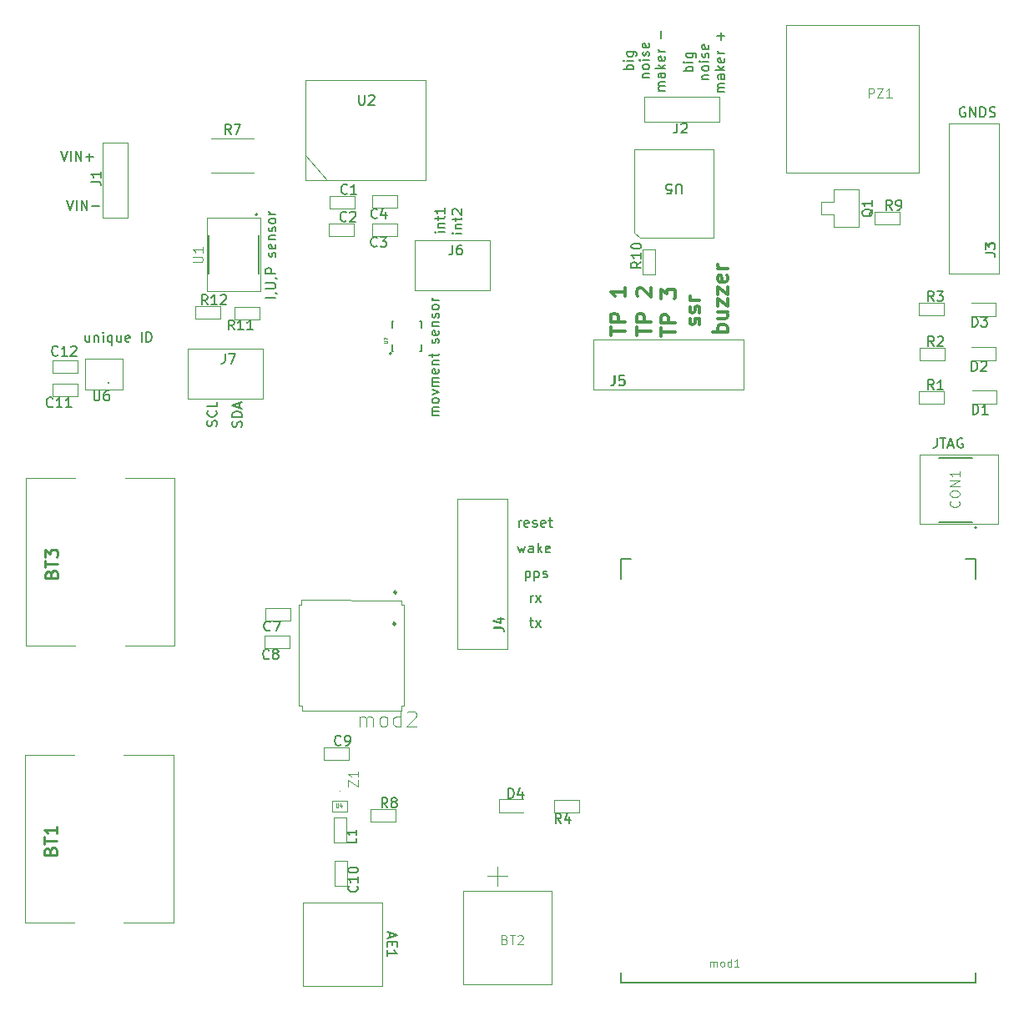
<source format=gbr>
%TF.GenerationSoftware,KiCad,Pcbnew,(5.99.0-10117-g2c3ee0d85f)*%
%TF.CreationDate,2021-04-28T15:25:11+02:00*%
%TF.ProjectId,som asset tracker,736f6d20-6173-4736-9574-20747261636b,rev?*%
%TF.SameCoordinates,Original*%
%TF.FileFunction,Legend,Top*%
%TF.FilePolarity,Positive*%
%FSLAX46Y46*%
G04 Gerber Fmt 4.6, Leading zero omitted, Abs format (unit mm)*
G04 Created by KiCad (PCBNEW (5.99.0-10117-g2c3ee0d85f)) date 2021-04-28 15:25:11*
%MOMM*%
%LPD*%
G01*
G04 APERTURE LIST*
%ADD10C,0.150000*%
%ADD11C,0.300000*%
%ADD12C,0.015000*%
%ADD13C,0.254000*%
%ADD14C,0.120000*%
%ADD15C,0.100000*%
%ADD16C,0.127000*%
%ADD17C,0.200000*%
%ADD18C,0.100278*%
%ADD19C,0.177800*%
%ADD20C,0.242809*%
G04 APERTURE END LIST*
D10*
X191433333Y-99552380D02*
X191433333Y-100266666D01*
X191385714Y-100409523D01*
X191290476Y-100504761D01*
X191147619Y-100552380D01*
X191052380Y-100552380D01*
X191766666Y-99552380D02*
X192338095Y-99552380D01*
X192052380Y-100552380D02*
X192052380Y-99552380D01*
X192623809Y-100266666D02*
X193100000Y-100266666D01*
X192528571Y-100552380D02*
X192861904Y-99552380D01*
X193195238Y-100552380D01*
X194052380Y-99600000D02*
X193957142Y-99552380D01*
X193814285Y-99552380D01*
X193671428Y-99600000D01*
X193576190Y-99695238D01*
X193528571Y-99790476D01*
X193480952Y-99980952D01*
X193480952Y-100123809D01*
X193528571Y-100314285D01*
X193576190Y-100409523D01*
X193671428Y-100504761D01*
X193814285Y-100552380D01*
X193909523Y-100552380D01*
X194052380Y-100504761D01*
X194100000Y-100457142D01*
X194100000Y-100123809D01*
X193909523Y-100123809D01*
X148913333Y-110505714D02*
X149103809Y-111172380D01*
X149294285Y-110696190D01*
X149484761Y-111172380D01*
X149675238Y-110505714D01*
X150484761Y-111172380D02*
X150484761Y-110648571D01*
X150437142Y-110553333D01*
X150341904Y-110505714D01*
X150151428Y-110505714D01*
X150056190Y-110553333D01*
X150484761Y-111124761D02*
X150389523Y-111172380D01*
X150151428Y-111172380D01*
X150056190Y-111124761D01*
X150008571Y-111029523D01*
X150008571Y-110934285D01*
X150056190Y-110839047D01*
X150151428Y-110791428D01*
X150389523Y-110791428D01*
X150484761Y-110743809D01*
X150960952Y-111172380D02*
X150960952Y-110172380D01*
X151056190Y-110791428D02*
X151341904Y-111172380D01*
X151341904Y-110505714D02*
X150960952Y-110886666D01*
X152151428Y-111124761D02*
X152056190Y-111172380D01*
X151865714Y-111172380D01*
X151770476Y-111124761D01*
X151722857Y-111029523D01*
X151722857Y-110648571D01*
X151770476Y-110553333D01*
X151865714Y-110505714D01*
X152056190Y-110505714D01*
X152151428Y-110553333D01*
X152199047Y-110648571D01*
X152199047Y-110743809D01*
X151722857Y-110839047D01*
X120899761Y-98414285D02*
X120947380Y-98271428D01*
X120947380Y-98033333D01*
X120899761Y-97938095D01*
X120852142Y-97890476D01*
X120756904Y-97842857D01*
X120661666Y-97842857D01*
X120566428Y-97890476D01*
X120518809Y-97938095D01*
X120471190Y-98033333D01*
X120423571Y-98223809D01*
X120375952Y-98319047D01*
X120328333Y-98366666D01*
X120233095Y-98414285D01*
X120137857Y-98414285D01*
X120042619Y-98366666D01*
X119995000Y-98319047D01*
X119947380Y-98223809D01*
X119947380Y-97985714D01*
X119995000Y-97842857D01*
X120947380Y-97414285D02*
X119947380Y-97414285D01*
X119947380Y-97176190D01*
X119995000Y-97033333D01*
X120090238Y-96938095D01*
X120185476Y-96890476D01*
X120375952Y-96842857D01*
X120518809Y-96842857D01*
X120709285Y-96890476D01*
X120804523Y-96938095D01*
X120899761Y-97033333D01*
X120947380Y-97176190D01*
X120947380Y-97414285D01*
X120661666Y-96461904D02*
X120661666Y-95985714D01*
X120947380Y-96557142D02*
X119947380Y-96223809D01*
X120947380Y-95890476D01*
D11*
X167307142Y-88042857D02*
X167378571Y-87900000D01*
X167378571Y-87614285D01*
X167307142Y-87471428D01*
X167164285Y-87400000D01*
X167092857Y-87400000D01*
X166950000Y-87471428D01*
X166878571Y-87614285D01*
X166878571Y-87828571D01*
X166807142Y-87971428D01*
X166664285Y-88042857D01*
X166592857Y-88042857D01*
X166450000Y-87971428D01*
X166378571Y-87828571D01*
X166378571Y-87614285D01*
X166450000Y-87471428D01*
X167307142Y-86828571D02*
X167378571Y-86685714D01*
X167378571Y-86400000D01*
X167307142Y-86257142D01*
X167164285Y-86185714D01*
X167092857Y-86185714D01*
X166950000Y-86257142D01*
X166878571Y-86400000D01*
X166878571Y-86614285D01*
X166807142Y-86757142D01*
X166664285Y-86828571D01*
X166592857Y-86828571D01*
X166450000Y-86757142D01*
X166378571Y-86614285D01*
X166378571Y-86400000D01*
X166450000Y-86257142D01*
X167378571Y-85542857D02*
X166378571Y-85542857D01*
X166664285Y-85542857D02*
X166521428Y-85471428D01*
X166450000Y-85400000D01*
X166378571Y-85257142D01*
X166378571Y-85114285D01*
D10*
X166692380Y-62304761D02*
X165692380Y-62304761D01*
X166073333Y-62304761D02*
X166025714Y-62209523D01*
X166025714Y-62019047D01*
X166073333Y-61923809D01*
X166120952Y-61876190D01*
X166216190Y-61828571D01*
X166501904Y-61828571D01*
X166597142Y-61876190D01*
X166644761Y-61923809D01*
X166692380Y-62019047D01*
X166692380Y-62209523D01*
X166644761Y-62304761D01*
X166692380Y-61400000D02*
X166025714Y-61400000D01*
X165692380Y-61400000D02*
X165740000Y-61447619D01*
X165787619Y-61400000D01*
X165740000Y-61352380D01*
X165692380Y-61400000D01*
X165787619Y-61400000D01*
X166025714Y-60495238D02*
X166835238Y-60495238D01*
X166930476Y-60542857D01*
X166978095Y-60590476D01*
X167025714Y-60685714D01*
X167025714Y-60828571D01*
X166978095Y-60923809D01*
X166644761Y-60495238D02*
X166692380Y-60590476D01*
X166692380Y-60780952D01*
X166644761Y-60876190D01*
X166597142Y-60923809D01*
X166501904Y-60971428D01*
X166216190Y-60971428D01*
X166120952Y-60923809D01*
X166073333Y-60876190D01*
X166025714Y-60780952D01*
X166025714Y-60590476D01*
X166073333Y-60495238D01*
X167635714Y-63138095D02*
X168302380Y-63138095D01*
X167730952Y-63138095D02*
X167683333Y-63090476D01*
X167635714Y-62995238D01*
X167635714Y-62852380D01*
X167683333Y-62757142D01*
X167778571Y-62709523D01*
X168302380Y-62709523D01*
X168302380Y-62090476D02*
X168254761Y-62185714D01*
X168207142Y-62233333D01*
X168111904Y-62280952D01*
X167826190Y-62280952D01*
X167730952Y-62233333D01*
X167683333Y-62185714D01*
X167635714Y-62090476D01*
X167635714Y-61947619D01*
X167683333Y-61852380D01*
X167730952Y-61804761D01*
X167826190Y-61757142D01*
X168111904Y-61757142D01*
X168207142Y-61804761D01*
X168254761Y-61852380D01*
X168302380Y-61947619D01*
X168302380Y-62090476D01*
X168302380Y-61328571D02*
X167635714Y-61328571D01*
X167302380Y-61328571D02*
X167350000Y-61376190D01*
X167397619Y-61328571D01*
X167350000Y-61280952D01*
X167302380Y-61328571D01*
X167397619Y-61328571D01*
X168254761Y-60900000D02*
X168302380Y-60804761D01*
X168302380Y-60614285D01*
X168254761Y-60519047D01*
X168159523Y-60471428D01*
X168111904Y-60471428D01*
X168016666Y-60519047D01*
X167969047Y-60614285D01*
X167969047Y-60757142D01*
X167921428Y-60852380D01*
X167826190Y-60900000D01*
X167778571Y-60900000D01*
X167683333Y-60852380D01*
X167635714Y-60757142D01*
X167635714Y-60614285D01*
X167683333Y-60519047D01*
X168254761Y-59661904D02*
X168302380Y-59757142D01*
X168302380Y-59947619D01*
X168254761Y-60042857D01*
X168159523Y-60090476D01*
X167778571Y-60090476D01*
X167683333Y-60042857D01*
X167635714Y-59947619D01*
X167635714Y-59757142D01*
X167683333Y-59661904D01*
X167778571Y-59614285D01*
X167873809Y-59614285D01*
X167969047Y-60090476D01*
X169912380Y-64423809D02*
X169245714Y-64423809D01*
X169340952Y-64423809D02*
X169293333Y-64376190D01*
X169245714Y-64280952D01*
X169245714Y-64138095D01*
X169293333Y-64042857D01*
X169388571Y-63995238D01*
X169912380Y-63995238D01*
X169388571Y-63995238D02*
X169293333Y-63947619D01*
X169245714Y-63852380D01*
X169245714Y-63709523D01*
X169293333Y-63614285D01*
X169388571Y-63566666D01*
X169912380Y-63566666D01*
X169912380Y-62661904D02*
X169388571Y-62661904D01*
X169293333Y-62709523D01*
X169245714Y-62804761D01*
X169245714Y-62995238D01*
X169293333Y-63090476D01*
X169864761Y-62661904D02*
X169912380Y-62757142D01*
X169912380Y-62995238D01*
X169864761Y-63090476D01*
X169769523Y-63138095D01*
X169674285Y-63138095D01*
X169579047Y-63090476D01*
X169531428Y-62995238D01*
X169531428Y-62757142D01*
X169483809Y-62661904D01*
X169912380Y-62185714D02*
X168912380Y-62185714D01*
X169531428Y-62090476D02*
X169912380Y-61804761D01*
X169245714Y-61804761D02*
X169626666Y-62185714D01*
X169864761Y-60995238D02*
X169912380Y-61090476D01*
X169912380Y-61280952D01*
X169864761Y-61376190D01*
X169769523Y-61423809D01*
X169388571Y-61423809D01*
X169293333Y-61376190D01*
X169245714Y-61280952D01*
X169245714Y-61090476D01*
X169293333Y-60995238D01*
X169388571Y-60947619D01*
X169483809Y-60947619D01*
X169579047Y-61423809D01*
X169912380Y-60519047D02*
X169245714Y-60519047D01*
X169436190Y-60519047D02*
X169340952Y-60471428D01*
X169293333Y-60423809D01*
X169245714Y-60328571D01*
X169245714Y-60233333D01*
X169531428Y-59138095D02*
X169531428Y-58376190D01*
X169912380Y-58757142D02*
X169150476Y-58757142D01*
X160642380Y-62154761D02*
X159642380Y-62154761D01*
X160023333Y-62154761D02*
X159975714Y-62059523D01*
X159975714Y-61869047D01*
X160023333Y-61773809D01*
X160070952Y-61726190D01*
X160166190Y-61678571D01*
X160451904Y-61678571D01*
X160547142Y-61726190D01*
X160594761Y-61773809D01*
X160642380Y-61869047D01*
X160642380Y-62059523D01*
X160594761Y-62154761D01*
X160642380Y-61250000D02*
X159975714Y-61250000D01*
X159642380Y-61250000D02*
X159690000Y-61297619D01*
X159737619Y-61250000D01*
X159690000Y-61202380D01*
X159642380Y-61250000D01*
X159737619Y-61250000D01*
X159975714Y-60345238D02*
X160785238Y-60345238D01*
X160880476Y-60392857D01*
X160928095Y-60440476D01*
X160975714Y-60535714D01*
X160975714Y-60678571D01*
X160928095Y-60773809D01*
X160594761Y-60345238D02*
X160642380Y-60440476D01*
X160642380Y-60630952D01*
X160594761Y-60726190D01*
X160547142Y-60773809D01*
X160451904Y-60821428D01*
X160166190Y-60821428D01*
X160070952Y-60773809D01*
X160023333Y-60726190D01*
X159975714Y-60630952D01*
X159975714Y-60440476D01*
X160023333Y-60345238D01*
X161585714Y-62988095D02*
X162252380Y-62988095D01*
X161680952Y-62988095D02*
X161633333Y-62940476D01*
X161585714Y-62845238D01*
X161585714Y-62702380D01*
X161633333Y-62607142D01*
X161728571Y-62559523D01*
X162252380Y-62559523D01*
X162252380Y-61940476D02*
X162204761Y-62035714D01*
X162157142Y-62083333D01*
X162061904Y-62130952D01*
X161776190Y-62130952D01*
X161680952Y-62083333D01*
X161633333Y-62035714D01*
X161585714Y-61940476D01*
X161585714Y-61797619D01*
X161633333Y-61702380D01*
X161680952Y-61654761D01*
X161776190Y-61607142D01*
X162061904Y-61607142D01*
X162157142Y-61654761D01*
X162204761Y-61702380D01*
X162252380Y-61797619D01*
X162252380Y-61940476D01*
X162252380Y-61178571D02*
X161585714Y-61178571D01*
X161252380Y-61178571D02*
X161300000Y-61226190D01*
X161347619Y-61178571D01*
X161300000Y-61130952D01*
X161252380Y-61178571D01*
X161347619Y-61178571D01*
X162204761Y-60750000D02*
X162252380Y-60654761D01*
X162252380Y-60464285D01*
X162204761Y-60369047D01*
X162109523Y-60321428D01*
X162061904Y-60321428D01*
X161966666Y-60369047D01*
X161919047Y-60464285D01*
X161919047Y-60607142D01*
X161871428Y-60702380D01*
X161776190Y-60750000D01*
X161728571Y-60750000D01*
X161633333Y-60702380D01*
X161585714Y-60607142D01*
X161585714Y-60464285D01*
X161633333Y-60369047D01*
X162204761Y-59511904D02*
X162252380Y-59607142D01*
X162252380Y-59797619D01*
X162204761Y-59892857D01*
X162109523Y-59940476D01*
X161728571Y-59940476D01*
X161633333Y-59892857D01*
X161585714Y-59797619D01*
X161585714Y-59607142D01*
X161633333Y-59511904D01*
X161728571Y-59464285D01*
X161823809Y-59464285D01*
X161919047Y-59940476D01*
X163862380Y-64273809D02*
X163195714Y-64273809D01*
X163290952Y-64273809D02*
X163243333Y-64226190D01*
X163195714Y-64130952D01*
X163195714Y-63988095D01*
X163243333Y-63892857D01*
X163338571Y-63845238D01*
X163862380Y-63845238D01*
X163338571Y-63845238D02*
X163243333Y-63797619D01*
X163195714Y-63702380D01*
X163195714Y-63559523D01*
X163243333Y-63464285D01*
X163338571Y-63416666D01*
X163862380Y-63416666D01*
X163862380Y-62511904D02*
X163338571Y-62511904D01*
X163243333Y-62559523D01*
X163195714Y-62654761D01*
X163195714Y-62845238D01*
X163243333Y-62940476D01*
X163814761Y-62511904D02*
X163862380Y-62607142D01*
X163862380Y-62845238D01*
X163814761Y-62940476D01*
X163719523Y-62988095D01*
X163624285Y-62988095D01*
X163529047Y-62940476D01*
X163481428Y-62845238D01*
X163481428Y-62607142D01*
X163433809Y-62511904D01*
X163862380Y-62035714D02*
X162862380Y-62035714D01*
X163481428Y-61940476D02*
X163862380Y-61654761D01*
X163195714Y-61654761D02*
X163576666Y-62035714D01*
X163814761Y-60845238D02*
X163862380Y-60940476D01*
X163862380Y-61130952D01*
X163814761Y-61226190D01*
X163719523Y-61273809D01*
X163338571Y-61273809D01*
X163243333Y-61226190D01*
X163195714Y-61130952D01*
X163195714Y-60940476D01*
X163243333Y-60845238D01*
X163338571Y-60797619D01*
X163433809Y-60797619D01*
X163529047Y-61273809D01*
X163862380Y-60369047D02*
X163195714Y-60369047D01*
X163386190Y-60369047D02*
X163290952Y-60321428D01*
X163243333Y-60273809D01*
X163195714Y-60178571D01*
X163195714Y-60083333D01*
X163481428Y-58988095D02*
X163481428Y-58226190D01*
X118354761Y-98340476D02*
X118402380Y-98197619D01*
X118402380Y-97959523D01*
X118354761Y-97864285D01*
X118307142Y-97816666D01*
X118211904Y-97769047D01*
X118116666Y-97769047D01*
X118021428Y-97816666D01*
X117973809Y-97864285D01*
X117926190Y-97959523D01*
X117878571Y-98150000D01*
X117830952Y-98245238D01*
X117783333Y-98292857D01*
X117688095Y-98340476D01*
X117592857Y-98340476D01*
X117497619Y-98292857D01*
X117450000Y-98245238D01*
X117402380Y-98150000D01*
X117402380Y-97911904D01*
X117450000Y-97769047D01*
X118307142Y-96769047D02*
X118354761Y-96816666D01*
X118402380Y-96959523D01*
X118402380Y-97054761D01*
X118354761Y-97197619D01*
X118259523Y-97292857D01*
X118164285Y-97340476D01*
X117973809Y-97388095D01*
X117830952Y-97388095D01*
X117640476Y-97340476D01*
X117545238Y-97292857D01*
X117450000Y-97197619D01*
X117402380Y-97054761D01*
X117402380Y-96959523D01*
X117450000Y-96816666D01*
X117497619Y-96769047D01*
X118402380Y-95864285D02*
X118402380Y-96340476D01*
X117402380Y-96340476D01*
D11*
X163428571Y-89214285D02*
X163428571Y-88357142D01*
X164928571Y-88785714D02*
X163428571Y-88785714D01*
X164928571Y-87857142D02*
X163428571Y-87857142D01*
X163428571Y-87285714D01*
X163500000Y-87142857D01*
X163571428Y-87071428D01*
X163714285Y-87000000D01*
X163928571Y-87000000D01*
X164071428Y-87071428D01*
X164142857Y-87142857D01*
X164214285Y-87285714D01*
X164214285Y-87857142D01*
X163428571Y-85357142D02*
X163428571Y-84428571D01*
X164000000Y-84928571D01*
X164000000Y-84714285D01*
X164071428Y-84571428D01*
X164142857Y-84500000D01*
X164285714Y-84428571D01*
X164642857Y-84428571D01*
X164785714Y-84500000D01*
X164857142Y-84571428D01*
X164928571Y-84714285D01*
X164928571Y-85142857D01*
X164857142Y-85285714D01*
X164785714Y-85357142D01*
X170178571Y-88771428D02*
X168678571Y-88771428D01*
X169250000Y-88771428D02*
X169178571Y-88628571D01*
X169178571Y-88342857D01*
X169250000Y-88200000D01*
X169321428Y-88128571D01*
X169464285Y-88057142D01*
X169892857Y-88057142D01*
X170035714Y-88128571D01*
X170107142Y-88200000D01*
X170178571Y-88342857D01*
X170178571Y-88628571D01*
X170107142Y-88771428D01*
X169178571Y-86771428D02*
X170178571Y-86771428D01*
X169178571Y-87414285D02*
X169964285Y-87414285D01*
X170107142Y-87342857D01*
X170178571Y-87200000D01*
X170178571Y-86985714D01*
X170107142Y-86842857D01*
X170035714Y-86771428D01*
X169178571Y-86200000D02*
X169178571Y-85414285D01*
X170178571Y-86200000D01*
X170178571Y-85414285D01*
X169178571Y-84985714D02*
X169178571Y-84200000D01*
X170178571Y-84985714D01*
X170178571Y-84200000D01*
X170107142Y-83057142D02*
X170178571Y-83200000D01*
X170178571Y-83485714D01*
X170107142Y-83628571D01*
X169964285Y-83700000D01*
X169392857Y-83700000D01*
X169250000Y-83628571D01*
X169178571Y-83485714D01*
X169178571Y-83200000D01*
X169250000Y-83057142D01*
X169392857Y-82985714D01*
X169535714Y-82985714D01*
X169678571Y-83700000D01*
X170178571Y-82342857D02*
X169178571Y-82342857D01*
X169464285Y-82342857D02*
X169321428Y-82271428D01*
X169250000Y-82200000D01*
X169178571Y-82057142D01*
X169178571Y-81914285D01*
D10*
X149020952Y-108572380D02*
X149020952Y-107905714D01*
X149020952Y-108096190D02*
X149068571Y-108000952D01*
X149116190Y-107953333D01*
X149211428Y-107905714D01*
X149306666Y-107905714D01*
X150020952Y-108524761D02*
X149925714Y-108572380D01*
X149735238Y-108572380D01*
X149640000Y-108524761D01*
X149592380Y-108429523D01*
X149592380Y-108048571D01*
X149640000Y-107953333D01*
X149735238Y-107905714D01*
X149925714Y-107905714D01*
X150020952Y-107953333D01*
X150068571Y-108048571D01*
X150068571Y-108143809D01*
X149592380Y-108239047D01*
X150449523Y-108524761D02*
X150544761Y-108572380D01*
X150735238Y-108572380D01*
X150830476Y-108524761D01*
X150878095Y-108429523D01*
X150878095Y-108381904D01*
X150830476Y-108286666D01*
X150735238Y-108239047D01*
X150592380Y-108239047D01*
X150497142Y-108191428D01*
X150449523Y-108096190D01*
X150449523Y-108048571D01*
X150497142Y-107953333D01*
X150592380Y-107905714D01*
X150735238Y-107905714D01*
X150830476Y-107953333D01*
X151687619Y-108524761D02*
X151592380Y-108572380D01*
X151401904Y-108572380D01*
X151306666Y-108524761D01*
X151259047Y-108429523D01*
X151259047Y-108048571D01*
X151306666Y-107953333D01*
X151401904Y-107905714D01*
X151592380Y-107905714D01*
X151687619Y-107953333D01*
X151735238Y-108048571D01*
X151735238Y-108143809D01*
X151259047Y-108239047D01*
X152020952Y-107905714D02*
X152401904Y-107905714D01*
X152163809Y-107572380D02*
X152163809Y-108429523D01*
X152211428Y-108524761D01*
X152306666Y-108572380D01*
X152401904Y-108572380D01*
X140902380Y-97278571D02*
X140235714Y-97278571D01*
X140330952Y-97278571D02*
X140283333Y-97230952D01*
X140235714Y-97135714D01*
X140235714Y-96992857D01*
X140283333Y-96897619D01*
X140378571Y-96850000D01*
X140902380Y-96850000D01*
X140378571Y-96850000D02*
X140283333Y-96802380D01*
X140235714Y-96707142D01*
X140235714Y-96564285D01*
X140283333Y-96469047D01*
X140378571Y-96421428D01*
X140902380Y-96421428D01*
X140902380Y-95802380D02*
X140854761Y-95897619D01*
X140807142Y-95945238D01*
X140711904Y-95992857D01*
X140426190Y-95992857D01*
X140330952Y-95945238D01*
X140283333Y-95897619D01*
X140235714Y-95802380D01*
X140235714Y-95659523D01*
X140283333Y-95564285D01*
X140330952Y-95516666D01*
X140426190Y-95469047D01*
X140711904Y-95469047D01*
X140807142Y-95516666D01*
X140854761Y-95564285D01*
X140902380Y-95659523D01*
X140902380Y-95802380D01*
X140235714Y-95135714D02*
X140902380Y-94897619D01*
X140235714Y-94659523D01*
X140902380Y-94278571D02*
X140235714Y-94278571D01*
X140330952Y-94278571D02*
X140283333Y-94230952D01*
X140235714Y-94135714D01*
X140235714Y-93992857D01*
X140283333Y-93897619D01*
X140378571Y-93850000D01*
X140902380Y-93850000D01*
X140378571Y-93850000D02*
X140283333Y-93802380D01*
X140235714Y-93707142D01*
X140235714Y-93564285D01*
X140283333Y-93469047D01*
X140378571Y-93421428D01*
X140902380Y-93421428D01*
X140854761Y-92564285D02*
X140902380Y-92659523D01*
X140902380Y-92850000D01*
X140854761Y-92945238D01*
X140759523Y-92992857D01*
X140378571Y-92992857D01*
X140283333Y-92945238D01*
X140235714Y-92850000D01*
X140235714Y-92659523D01*
X140283333Y-92564285D01*
X140378571Y-92516666D01*
X140473809Y-92516666D01*
X140569047Y-92992857D01*
X140235714Y-92088095D02*
X140902380Y-92088095D01*
X140330952Y-92088095D02*
X140283333Y-92040476D01*
X140235714Y-91945238D01*
X140235714Y-91802380D01*
X140283333Y-91707142D01*
X140378571Y-91659523D01*
X140902380Y-91659523D01*
X140235714Y-91326190D02*
X140235714Y-90945238D01*
X139902380Y-91183333D02*
X140759523Y-91183333D01*
X140854761Y-91135714D01*
X140902380Y-91040476D01*
X140902380Y-90945238D01*
X140854761Y-89897619D02*
X140902380Y-89802380D01*
X140902380Y-89611904D01*
X140854761Y-89516666D01*
X140759523Y-89469047D01*
X140711904Y-89469047D01*
X140616666Y-89516666D01*
X140569047Y-89611904D01*
X140569047Y-89754761D01*
X140521428Y-89850000D01*
X140426190Y-89897619D01*
X140378571Y-89897619D01*
X140283333Y-89850000D01*
X140235714Y-89754761D01*
X140235714Y-89611904D01*
X140283333Y-89516666D01*
X140854761Y-88659523D02*
X140902380Y-88754761D01*
X140902380Y-88945238D01*
X140854761Y-89040476D01*
X140759523Y-89088095D01*
X140378571Y-89088095D01*
X140283333Y-89040476D01*
X140235714Y-88945238D01*
X140235714Y-88754761D01*
X140283333Y-88659523D01*
X140378571Y-88611904D01*
X140473809Y-88611904D01*
X140569047Y-89088095D01*
X140235714Y-88183333D02*
X140902380Y-88183333D01*
X140330952Y-88183333D02*
X140283333Y-88135714D01*
X140235714Y-88040476D01*
X140235714Y-87897619D01*
X140283333Y-87802380D01*
X140378571Y-87754761D01*
X140902380Y-87754761D01*
X140854761Y-87326190D02*
X140902380Y-87230952D01*
X140902380Y-87040476D01*
X140854761Y-86945238D01*
X140759523Y-86897619D01*
X140711904Y-86897619D01*
X140616666Y-86945238D01*
X140569047Y-87040476D01*
X140569047Y-87183333D01*
X140521428Y-87278571D01*
X140426190Y-87326190D01*
X140378571Y-87326190D01*
X140283333Y-87278571D01*
X140235714Y-87183333D01*
X140235714Y-87040476D01*
X140283333Y-86945238D01*
X140902380Y-86326190D02*
X140854761Y-86421428D01*
X140807142Y-86469047D01*
X140711904Y-86516666D01*
X140426190Y-86516666D01*
X140330952Y-86469047D01*
X140283333Y-86421428D01*
X140235714Y-86326190D01*
X140235714Y-86183333D01*
X140283333Y-86088095D01*
X140330952Y-86040476D01*
X140426190Y-85992857D01*
X140711904Y-85992857D01*
X140807142Y-86040476D01*
X140854761Y-86088095D01*
X140902380Y-86183333D01*
X140902380Y-86326190D01*
X140902380Y-85564285D02*
X140235714Y-85564285D01*
X140426190Y-85564285D02*
X140330952Y-85516666D01*
X140283333Y-85469047D01*
X140235714Y-85373809D01*
X140235714Y-85278571D01*
X105471428Y-89135714D02*
X105471428Y-89802380D01*
X105042857Y-89135714D02*
X105042857Y-89659523D01*
X105090476Y-89754761D01*
X105185714Y-89802380D01*
X105328571Y-89802380D01*
X105423809Y-89754761D01*
X105471428Y-89707142D01*
X105947619Y-89135714D02*
X105947619Y-89802380D01*
X105947619Y-89230952D02*
X105995238Y-89183333D01*
X106090476Y-89135714D01*
X106233333Y-89135714D01*
X106328571Y-89183333D01*
X106376190Y-89278571D01*
X106376190Y-89802380D01*
X106852380Y-89802380D02*
X106852380Y-89135714D01*
X106852380Y-88802380D02*
X106804761Y-88850000D01*
X106852380Y-88897619D01*
X106900000Y-88850000D01*
X106852380Y-88802380D01*
X106852380Y-88897619D01*
X107757142Y-89135714D02*
X107757142Y-90135714D01*
X107757142Y-89754761D02*
X107661904Y-89802380D01*
X107471428Y-89802380D01*
X107376190Y-89754761D01*
X107328571Y-89707142D01*
X107280952Y-89611904D01*
X107280952Y-89326190D01*
X107328571Y-89230952D01*
X107376190Y-89183333D01*
X107471428Y-89135714D01*
X107661904Y-89135714D01*
X107757142Y-89183333D01*
X108661904Y-89135714D02*
X108661904Y-89802380D01*
X108233333Y-89135714D02*
X108233333Y-89659523D01*
X108280952Y-89754761D01*
X108376190Y-89802380D01*
X108519047Y-89802380D01*
X108614285Y-89754761D01*
X108661904Y-89707142D01*
X109519047Y-89754761D02*
X109423809Y-89802380D01*
X109233333Y-89802380D01*
X109138095Y-89754761D01*
X109090476Y-89659523D01*
X109090476Y-89278571D01*
X109138095Y-89183333D01*
X109233333Y-89135714D01*
X109423809Y-89135714D01*
X109519047Y-89183333D01*
X109566666Y-89278571D01*
X109566666Y-89373809D01*
X109090476Y-89469047D01*
X110757142Y-89802380D02*
X110757142Y-88802380D01*
X111233333Y-89802380D02*
X111233333Y-88802380D01*
X111471428Y-88802380D01*
X111614285Y-88850000D01*
X111709523Y-88945238D01*
X111757142Y-89040476D01*
X111804761Y-89230952D01*
X111804761Y-89373809D01*
X111757142Y-89564285D01*
X111709523Y-89659523D01*
X111614285Y-89754761D01*
X111471428Y-89802380D01*
X111233333Y-89802380D01*
X194301904Y-66000000D02*
X194206666Y-65952380D01*
X194063809Y-65952380D01*
X193920952Y-66000000D01*
X193825714Y-66095238D01*
X193778095Y-66190476D01*
X193730476Y-66380952D01*
X193730476Y-66523809D01*
X193778095Y-66714285D01*
X193825714Y-66809523D01*
X193920952Y-66904761D01*
X194063809Y-66952380D01*
X194159047Y-66952380D01*
X194301904Y-66904761D01*
X194349523Y-66857142D01*
X194349523Y-66523809D01*
X194159047Y-66523809D01*
X194778095Y-66952380D02*
X194778095Y-65952380D01*
X195349523Y-66952380D01*
X195349523Y-65952380D01*
X195825714Y-66952380D02*
X195825714Y-65952380D01*
X196063809Y-65952380D01*
X196206666Y-66000000D01*
X196301904Y-66095238D01*
X196349523Y-66190476D01*
X196397142Y-66380952D01*
X196397142Y-66523809D01*
X196349523Y-66714285D01*
X196301904Y-66809523D01*
X196206666Y-66904761D01*
X196063809Y-66952380D01*
X195825714Y-66952380D01*
X196778095Y-66904761D02*
X196920952Y-66952380D01*
X197159047Y-66952380D01*
X197254285Y-66904761D01*
X197301904Y-66857142D01*
X197349523Y-66761904D01*
X197349523Y-66666666D01*
X197301904Y-66571428D01*
X197254285Y-66523809D01*
X197159047Y-66476190D01*
X196968571Y-66428571D01*
X196873333Y-66380952D01*
X196825714Y-66333333D01*
X196778095Y-66238095D01*
X196778095Y-66142857D01*
X196825714Y-66047619D01*
X196873333Y-66000000D01*
X196968571Y-65952380D01*
X197206666Y-65952380D01*
X197349523Y-66000000D01*
X103185714Y-75397380D02*
X103519047Y-76397380D01*
X103852380Y-75397380D01*
X104185714Y-76397380D02*
X104185714Y-75397380D01*
X104661904Y-76397380D02*
X104661904Y-75397380D01*
X105233333Y-76397380D01*
X105233333Y-75397380D01*
X105709523Y-76016428D02*
X106471428Y-76016428D01*
D11*
X160971071Y-89114285D02*
X160971071Y-88257142D01*
X162471071Y-88685714D02*
X160971071Y-88685714D01*
X162471071Y-87757142D02*
X160971071Y-87757142D01*
X160971071Y-87185714D01*
X161042500Y-87042857D01*
X161113928Y-86971428D01*
X161256785Y-86900000D01*
X161471071Y-86900000D01*
X161613928Y-86971428D01*
X161685357Y-87042857D01*
X161756785Y-87185714D01*
X161756785Y-87757142D01*
X161113928Y-85185714D02*
X161042500Y-85114285D01*
X160971071Y-84971428D01*
X160971071Y-84614285D01*
X161042500Y-84471428D01*
X161113928Y-84400000D01*
X161256785Y-84328571D01*
X161399642Y-84328571D01*
X161613928Y-84400000D01*
X162471071Y-85257142D01*
X162471071Y-84328571D01*
D10*
X149708571Y-113045714D02*
X149708571Y-114045714D01*
X149708571Y-113093333D02*
X149803809Y-113045714D01*
X149994285Y-113045714D01*
X150089523Y-113093333D01*
X150137142Y-113140952D01*
X150184761Y-113236190D01*
X150184761Y-113521904D01*
X150137142Y-113617142D01*
X150089523Y-113664761D01*
X149994285Y-113712380D01*
X149803809Y-113712380D01*
X149708571Y-113664761D01*
X150613333Y-113045714D02*
X150613333Y-114045714D01*
X150613333Y-113093333D02*
X150708571Y-113045714D01*
X150899047Y-113045714D01*
X150994285Y-113093333D01*
X151041904Y-113140952D01*
X151089523Y-113236190D01*
X151089523Y-113521904D01*
X151041904Y-113617142D01*
X150994285Y-113664761D01*
X150899047Y-113712380D01*
X150708571Y-113712380D01*
X150613333Y-113664761D01*
X151470476Y-113664761D02*
X151565714Y-113712380D01*
X151756190Y-113712380D01*
X151851428Y-113664761D01*
X151899047Y-113569523D01*
X151899047Y-113521904D01*
X151851428Y-113426666D01*
X151756190Y-113379047D01*
X151613333Y-113379047D01*
X151518095Y-113331428D01*
X151470476Y-113236190D01*
X151470476Y-113188571D01*
X151518095Y-113093333D01*
X151613333Y-113045714D01*
X151756190Y-113045714D01*
X151851428Y-113093333D01*
D11*
X158328571Y-89114285D02*
X158328571Y-88257142D01*
X159828571Y-88685714D02*
X158328571Y-88685714D01*
X159828571Y-87757142D02*
X158328571Y-87757142D01*
X158328571Y-87185714D01*
X158400000Y-87042857D01*
X158471428Y-86971428D01*
X158614285Y-86900000D01*
X158828571Y-86900000D01*
X158971428Y-86971428D01*
X159042857Y-87042857D01*
X159114285Y-87185714D01*
X159114285Y-87757142D01*
X159828571Y-84328571D02*
X159828571Y-85185714D01*
X159828571Y-84757142D02*
X158328571Y-84757142D01*
X158542857Y-84900000D01*
X158685714Y-85042857D01*
X158757142Y-85185714D01*
D10*
X141502380Y-78664285D02*
X140835714Y-78664285D01*
X140502380Y-78664285D02*
X140550000Y-78711904D01*
X140597619Y-78664285D01*
X140550000Y-78616666D01*
X140502380Y-78664285D01*
X140597619Y-78664285D01*
X140835714Y-78188095D02*
X141502380Y-78188095D01*
X140930952Y-78188095D02*
X140883333Y-78140476D01*
X140835714Y-78045238D01*
X140835714Y-77902380D01*
X140883333Y-77807142D01*
X140978571Y-77759523D01*
X141502380Y-77759523D01*
X140835714Y-77426190D02*
X140835714Y-77045238D01*
X140502380Y-77283333D02*
X141359523Y-77283333D01*
X141454761Y-77235714D01*
X141502380Y-77140476D01*
X141502380Y-77045238D01*
X141502380Y-76188095D02*
X141502380Y-76759523D01*
X141502380Y-76473809D02*
X140502380Y-76473809D01*
X140645238Y-76569047D01*
X140740476Y-76664285D01*
X140788095Y-76759523D01*
X150124761Y-118095714D02*
X150505714Y-118095714D01*
X150267619Y-117762380D02*
X150267619Y-118619523D01*
X150315238Y-118714761D01*
X150410476Y-118762380D01*
X150505714Y-118762380D01*
X150743809Y-118762380D02*
X151267619Y-118095714D01*
X150743809Y-118095714D02*
X151267619Y-118762380D01*
X150223809Y-116222380D02*
X150223809Y-115555714D01*
X150223809Y-115746190D02*
X150271428Y-115650952D01*
X150319047Y-115603333D01*
X150414285Y-115555714D01*
X150509523Y-115555714D01*
X150747619Y-116222380D02*
X151271428Y-115555714D01*
X150747619Y-115555714D02*
X151271428Y-116222380D01*
X143247380Y-78764285D02*
X142580714Y-78764285D01*
X142247380Y-78764285D02*
X142295000Y-78811904D01*
X142342619Y-78764285D01*
X142295000Y-78716666D01*
X142247380Y-78764285D01*
X142342619Y-78764285D01*
X142580714Y-78288095D02*
X143247380Y-78288095D01*
X142675952Y-78288095D02*
X142628333Y-78240476D01*
X142580714Y-78145238D01*
X142580714Y-78002380D01*
X142628333Y-77907142D01*
X142723571Y-77859523D01*
X143247380Y-77859523D01*
X142580714Y-77526190D02*
X142580714Y-77145238D01*
X142247380Y-77383333D02*
X143104523Y-77383333D01*
X143199761Y-77335714D01*
X143247380Y-77240476D01*
X143247380Y-77145238D01*
X142342619Y-76859523D02*
X142295000Y-76811904D01*
X142247380Y-76716666D01*
X142247380Y-76478571D01*
X142295000Y-76383333D01*
X142342619Y-76335714D01*
X142437857Y-76288095D01*
X142533095Y-76288095D01*
X142675952Y-76335714D01*
X143247380Y-76907142D01*
X143247380Y-76288095D01*
X124352380Y-85333333D02*
X123352380Y-85333333D01*
X124304761Y-84809523D02*
X124352380Y-84809523D01*
X124447619Y-84857142D01*
X124495238Y-84904761D01*
X123352380Y-84380952D02*
X124161904Y-84380952D01*
X124257142Y-84333333D01*
X124304761Y-84285714D01*
X124352380Y-84190476D01*
X124352380Y-84000000D01*
X124304761Y-83904761D01*
X124257142Y-83857142D01*
X124161904Y-83809523D01*
X123352380Y-83809523D01*
X124304761Y-83285714D02*
X124352380Y-83285714D01*
X124447619Y-83333333D01*
X124495238Y-83380952D01*
X124352380Y-82857142D02*
X123352380Y-82857142D01*
X123352380Y-82476190D01*
X123400000Y-82380952D01*
X123447619Y-82333333D01*
X123542857Y-82285714D01*
X123685714Y-82285714D01*
X123780952Y-82333333D01*
X123828571Y-82380952D01*
X123876190Y-82476190D01*
X123876190Y-82857142D01*
X124304761Y-81142857D02*
X124352380Y-81047619D01*
X124352380Y-80857142D01*
X124304761Y-80761904D01*
X124209523Y-80714285D01*
X124161904Y-80714285D01*
X124066666Y-80761904D01*
X124019047Y-80857142D01*
X124019047Y-81000000D01*
X123971428Y-81095238D01*
X123876190Y-81142857D01*
X123828571Y-81142857D01*
X123733333Y-81095238D01*
X123685714Y-81000000D01*
X123685714Y-80857142D01*
X123733333Y-80761904D01*
X124304761Y-79904761D02*
X124352380Y-80000000D01*
X124352380Y-80190476D01*
X124304761Y-80285714D01*
X124209523Y-80333333D01*
X123828571Y-80333333D01*
X123733333Y-80285714D01*
X123685714Y-80190476D01*
X123685714Y-80000000D01*
X123733333Y-79904761D01*
X123828571Y-79857142D01*
X123923809Y-79857142D01*
X124019047Y-80333333D01*
X123685714Y-79428571D02*
X124352380Y-79428571D01*
X123780952Y-79428571D02*
X123733333Y-79380952D01*
X123685714Y-79285714D01*
X123685714Y-79142857D01*
X123733333Y-79047619D01*
X123828571Y-79000000D01*
X124352380Y-79000000D01*
X124304761Y-78571428D02*
X124352380Y-78476190D01*
X124352380Y-78285714D01*
X124304761Y-78190476D01*
X124209523Y-78142857D01*
X124161904Y-78142857D01*
X124066666Y-78190476D01*
X124019047Y-78285714D01*
X124019047Y-78428571D01*
X123971428Y-78523809D01*
X123876190Y-78571428D01*
X123828571Y-78571428D01*
X123733333Y-78523809D01*
X123685714Y-78428571D01*
X123685714Y-78285714D01*
X123733333Y-78190476D01*
X124352380Y-77571428D02*
X124304761Y-77666666D01*
X124257142Y-77714285D01*
X124161904Y-77761904D01*
X123876190Y-77761904D01*
X123780952Y-77714285D01*
X123733333Y-77666666D01*
X123685714Y-77571428D01*
X123685714Y-77428571D01*
X123733333Y-77333333D01*
X123780952Y-77285714D01*
X123876190Y-77238095D01*
X124161904Y-77238095D01*
X124257142Y-77285714D01*
X124304761Y-77333333D01*
X124352380Y-77428571D01*
X124352380Y-77571428D01*
X124352380Y-76809523D02*
X123685714Y-76809523D01*
X123876190Y-76809523D02*
X123780952Y-76761904D01*
X123733333Y-76714285D01*
X123685714Y-76619047D01*
X123685714Y-76523809D01*
X102585714Y-70402380D02*
X102919047Y-71402380D01*
X103252380Y-70402380D01*
X103585714Y-71402380D02*
X103585714Y-70402380D01*
X104061904Y-71402380D02*
X104061904Y-70402380D01*
X104633333Y-71402380D01*
X104633333Y-70402380D01*
X105109523Y-71021428D02*
X105871428Y-71021428D01*
X105490476Y-71402380D02*
X105490476Y-70640476D01*
%TO.C,C12*%
X102257142Y-91107142D02*
X102209523Y-91154761D01*
X102066666Y-91202380D01*
X101971428Y-91202380D01*
X101828571Y-91154761D01*
X101733333Y-91059523D01*
X101685714Y-90964285D01*
X101638095Y-90773809D01*
X101638095Y-90630952D01*
X101685714Y-90440476D01*
X101733333Y-90345238D01*
X101828571Y-90250000D01*
X101971428Y-90202380D01*
X102066666Y-90202380D01*
X102209523Y-90250000D01*
X102257142Y-90297619D01*
X103209523Y-91202380D02*
X102638095Y-91202380D01*
X102923809Y-91202380D02*
X102923809Y-90202380D01*
X102828571Y-90345238D01*
X102733333Y-90440476D01*
X102638095Y-90488095D01*
X103590476Y-90297619D02*
X103638095Y-90250000D01*
X103733333Y-90202380D01*
X103971428Y-90202380D01*
X104066666Y-90250000D01*
X104114285Y-90297619D01*
X104161904Y-90392857D01*
X104161904Y-90488095D01*
X104114285Y-90630952D01*
X103542857Y-91202380D01*
X104161904Y-91202380D01*
D12*
%TO.C,Z1*%
X131732564Y-134894904D02*
X131732564Y-134264983D01*
X132677446Y-134894904D01*
X132677446Y-134264983D01*
X132677446Y-133410089D02*
X132677446Y-133950022D01*
X132677446Y-133680056D02*
X131732564Y-133680056D01*
X131867547Y-133770044D01*
X131957536Y-133860033D01*
X132002530Y-133950022D01*
D10*
%TO.C,C10*%
X132602142Y-145017857D02*
X132649761Y-145065476D01*
X132697380Y-145208333D01*
X132697380Y-145303571D01*
X132649761Y-145446428D01*
X132554523Y-145541666D01*
X132459285Y-145589285D01*
X132268809Y-145636904D01*
X132125952Y-145636904D01*
X131935476Y-145589285D01*
X131840238Y-145541666D01*
X131745000Y-145446428D01*
X131697380Y-145303571D01*
X131697380Y-145208333D01*
X131745000Y-145065476D01*
X131792619Y-145017857D01*
X132697380Y-144065476D02*
X132697380Y-144636904D01*
X132697380Y-144351190D02*
X131697380Y-144351190D01*
X131840238Y-144446428D01*
X131935476Y-144541666D01*
X131983095Y-144636904D01*
X131697380Y-143446428D02*
X131697380Y-143351190D01*
X131745000Y-143255952D01*
X131792619Y-143208333D01*
X131887857Y-143160714D01*
X132078333Y-143113095D01*
X132316428Y-143113095D01*
X132506904Y-143160714D01*
X132602142Y-143208333D01*
X132649761Y-143255952D01*
X132697380Y-143351190D01*
X132697380Y-143446428D01*
X132649761Y-143541666D01*
X132602142Y-143589285D01*
X132506904Y-143636904D01*
X132316428Y-143684523D01*
X132078333Y-143684523D01*
X131887857Y-143636904D01*
X131792619Y-143589285D01*
X131745000Y-143541666D01*
X131697380Y-143446428D01*
D12*
%TO.C,U1*%
X115952380Y-81711904D02*
X116761904Y-81711904D01*
X116857142Y-81664285D01*
X116904761Y-81616666D01*
X116952380Y-81521428D01*
X116952380Y-81330952D01*
X116904761Y-81235714D01*
X116857142Y-81188095D01*
X116761904Y-81140476D01*
X115952380Y-81140476D01*
X116952380Y-80140476D02*
X116952380Y-80711904D01*
X116952380Y-80426190D02*
X115952380Y-80426190D01*
X116095238Y-80521428D01*
X116190476Y-80616666D01*
X116238095Y-80711904D01*
D10*
%TO.C,J2*%
X165081666Y-67577380D02*
X165081666Y-68291666D01*
X165034047Y-68434523D01*
X164938809Y-68529761D01*
X164795952Y-68577380D01*
X164700714Y-68577380D01*
X165510238Y-67672619D02*
X165557857Y-67625000D01*
X165653095Y-67577380D01*
X165891190Y-67577380D01*
X165986428Y-67625000D01*
X166034047Y-67672619D01*
X166081666Y-67767857D01*
X166081666Y-67863095D01*
X166034047Y-68005952D01*
X165462619Y-68577380D01*
X166081666Y-68577380D01*
%TO.C,R1*%
X191129333Y-94632380D02*
X190796000Y-94156190D01*
X190557904Y-94632380D02*
X190557904Y-93632380D01*
X190938857Y-93632380D01*
X191034095Y-93680000D01*
X191081714Y-93727619D01*
X191129333Y-93822857D01*
X191129333Y-93965714D01*
X191081714Y-94060952D01*
X191034095Y-94108571D01*
X190938857Y-94156190D01*
X190557904Y-94156190D01*
X192081714Y-94632380D02*
X191510285Y-94632380D01*
X191796000Y-94632380D02*
X191796000Y-93632380D01*
X191700761Y-93775238D01*
X191605523Y-93870476D01*
X191510285Y-93918095D01*
%TO.C,R10*%
X161432380Y-81692857D02*
X160956190Y-82026190D01*
X161432380Y-82264285D02*
X160432380Y-82264285D01*
X160432380Y-81883333D01*
X160480000Y-81788095D01*
X160527619Y-81740476D01*
X160622857Y-81692857D01*
X160765714Y-81692857D01*
X160860952Y-81740476D01*
X160908571Y-81788095D01*
X160956190Y-81883333D01*
X160956190Y-82264285D01*
X161432380Y-80740476D02*
X161432380Y-81311904D01*
X161432380Y-81026190D02*
X160432380Y-81026190D01*
X160575238Y-81121428D01*
X160670476Y-81216666D01*
X160718095Y-81311904D01*
X160432380Y-80121428D02*
X160432380Y-80026190D01*
X160480000Y-79930952D01*
X160527619Y-79883333D01*
X160622857Y-79835714D01*
X160813333Y-79788095D01*
X161051428Y-79788095D01*
X161241904Y-79835714D01*
X161337142Y-79883333D01*
X161384761Y-79930952D01*
X161432380Y-80026190D01*
X161432380Y-80121428D01*
X161384761Y-80216666D01*
X161337142Y-80264285D01*
X161241904Y-80311904D01*
X161051428Y-80359523D01*
X160813333Y-80359523D01*
X160622857Y-80311904D01*
X160527619Y-80264285D01*
X160480000Y-80216666D01*
X160432380Y-80121428D01*
%TO.C,Q1*%
X184951439Y-76325238D02*
X184903820Y-76420476D01*
X184808581Y-76515714D01*
X184665724Y-76658571D01*
X184618105Y-76753809D01*
X184618105Y-76849047D01*
X184856200Y-76801428D02*
X184808581Y-76896666D01*
X184713343Y-76991904D01*
X184522867Y-77039523D01*
X184189534Y-77039523D01*
X183999058Y-76991904D01*
X183903820Y-76896666D01*
X183856200Y-76801428D01*
X183856200Y-76610952D01*
X183903820Y-76515714D01*
X183999058Y-76420476D01*
X184189534Y-76372857D01*
X184522867Y-76372857D01*
X184713343Y-76420476D01*
X184808581Y-76515714D01*
X184856200Y-76610952D01*
X184856200Y-76801428D01*
X184856200Y-75420476D02*
X184856200Y-75991904D01*
X184856200Y-75706190D02*
X183856200Y-75706190D01*
X183999058Y-75801428D01*
X184094296Y-75896666D01*
X184141915Y-75991904D01*
%TO.C,R4*%
X153317333Y-138632380D02*
X152984000Y-138156190D01*
X152745904Y-138632380D02*
X152745904Y-137632380D01*
X153126857Y-137632380D01*
X153222095Y-137680000D01*
X153269714Y-137727619D01*
X153317333Y-137822857D01*
X153317333Y-137965714D01*
X153269714Y-138060952D01*
X153222095Y-138108571D01*
X153126857Y-138156190D01*
X152745904Y-138156190D01*
X154174476Y-137965714D02*
X154174476Y-138632380D01*
X153936380Y-137584761D02*
X153698285Y-138299047D01*
X154317333Y-138299047D01*
D12*
%TO.C,BT2*%
X147597592Y-150452508D02*
X147732575Y-150497502D01*
X147777570Y-150542497D01*
X147822564Y-150632485D01*
X147822564Y-150767469D01*
X147777570Y-150857457D01*
X147732575Y-150902452D01*
X147642587Y-150947446D01*
X147282632Y-150947446D01*
X147282632Y-150002564D01*
X147597592Y-150002564D01*
X147687581Y-150047559D01*
X147732575Y-150092553D01*
X147777570Y-150182542D01*
X147777570Y-150272530D01*
X147732575Y-150362519D01*
X147687581Y-150407514D01*
X147597592Y-150452508D01*
X147282632Y-150452508D01*
X148092530Y-150002564D02*
X148632463Y-150002564D01*
X148362497Y-150947446D02*
X148362497Y-150002564D01*
X148902429Y-150092553D02*
X148947424Y-150047559D01*
X149037412Y-150002564D01*
X149262384Y-150002564D01*
X149352373Y-150047559D01*
X149397367Y-150092553D01*
X149442362Y-150182542D01*
X149442362Y-150272530D01*
X149397367Y-150407514D01*
X148857435Y-150947446D01*
X149442362Y-150947446D01*
D13*
%TO.C,BT3*%
X101582485Y-113341057D02*
X101642961Y-113159628D01*
X101703438Y-113099152D01*
X101824390Y-113038676D01*
X102005819Y-113038676D01*
X102126771Y-113099152D01*
X102187247Y-113159628D01*
X102247723Y-113280580D01*
X102247723Y-113764390D01*
X100977723Y-113764390D01*
X100977723Y-113341057D01*
X101038200Y-113220104D01*
X101098676Y-113159628D01*
X101219628Y-113099152D01*
X101340580Y-113099152D01*
X101461533Y-113159628D01*
X101522009Y-113220104D01*
X101582485Y-113341057D01*
X101582485Y-113764390D01*
X100977723Y-112675819D02*
X100977723Y-111950104D01*
X102247723Y-112312961D02*
X100977723Y-112312961D01*
X100977723Y-111647723D02*
X100977723Y-110861533D01*
X101461533Y-111284866D01*
X101461533Y-111103438D01*
X101522009Y-110982485D01*
X101582485Y-110922009D01*
X101703438Y-110861533D01*
X102005819Y-110861533D01*
X102126771Y-110922009D01*
X102187247Y-110982485D01*
X102247723Y-111103438D01*
X102247723Y-111466295D01*
X102187247Y-111587247D01*
X102126771Y-111647723D01*
D10*
%TO.C,C11*%
X101737142Y-96327142D02*
X101689523Y-96374761D01*
X101546666Y-96422380D01*
X101451428Y-96422380D01*
X101308571Y-96374761D01*
X101213333Y-96279523D01*
X101165714Y-96184285D01*
X101118095Y-95993809D01*
X101118095Y-95850952D01*
X101165714Y-95660476D01*
X101213333Y-95565238D01*
X101308571Y-95470000D01*
X101451428Y-95422380D01*
X101546666Y-95422380D01*
X101689523Y-95470000D01*
X101737142Y-95517619D01*
X102689523Y-96422380D02*
X102118095Y-96422380D01*
X102403809Y-96422380D02*
X102403809Y-95422380D01*
X102308571Y-95565238D01*
X102213333Y-95660476D01*
X102118095Y-95708095D01*
X103641904Y-96422380D02*
X103070476Y-96422380D01*
X103356190Y-96422380D02*
X103356190Y-95422380D01*
X103260952Y-95565238D01*
X103165714Y-95660476D01*
X103070476Y-95708095D01*
D12*
%TO.C,mod1*%
X168455177Y-153201205D02*
X168455177Y-152676271D01*
X168455177Y-152751261D02*
X168492672Y-152713766D01*
X168567663Y-152676271D01*
X168680149Y-152676271D01*
X168755140Y-152713766D01*
X168792635Y-152788757D01*
X168792635Y-153201205D01*
X168792635Y-152788757D02*
X168830130Y-152713766D01*
X168905121Y-152676271D01*
X169017607Y-152676271D01*
X169092598Y-152713766D01*
X169130093Y-152788757D01*
X169130093Y-153201205D01*
X169617532Y-153201205D02*
X169542542Y-153163710D01*
X169505046Y-153126215D01*
X169467551Y-153051224D01*
X169467551Y-152826252D01*
X169505046Y-152751261D01*
X169542542Y-152713766D01*
X169617532Y-152676271D01*
X169730018Y-152676271D01*
X169805009Y-152713766D01*
X169842504Y-152751261D01*
X169880000Y-152826252D01*
X169880000Y-153051224D01*
X169842504Y-153126215D01*
X169805009Y-153163710D01*
X169730018Y-153201205D01*
X169617532Y-153201205D01*
X170554916Y-153201205D02*
X170554916Y-152413803D01*
X170554916Y-153163710D02*
X170479925Y-153201205D01*
X170329944Y-153201205D01*
X170254953Y-153163710D01*
X170217458Y-153126215D01*
X170179962Y-153051224D01*
X170179962Y-152826252D01*
X170217458Y-152751261D01*
X170254953Y-152713766D01*
X170329944Y-152676271D01*
X170479925Y-152676271D01*
X170554916Y-152713766D01*
X171342318Y-153201205D02*
X170892374Y-153201205D01*
X171117346Y-153201205D02*
X171117346Y-152413803D01*
X171042355Y-152526289D01*
X170967364Y-152601280D01*
X170892374Y-152638775D01*
D10*
%TO.C,U2*%
X132815095Y-64714380D02*
X132815095Y-65523904D01*
X132862714Y-65619142D01*
X132910333Y-65666761D01*
X133005571Y-65714380D01*
X133196047Y-65714380D01*
X133291285Y-65666761D01*
X133338904Y-65619142D01*
X133386523Y-65523904D01*
X133386523Y-64714380D01*
X133815095Y-64809619D02*
X133862714Y-64762000D01*
X133957952Y-64714380D01*
X134196047Y-64714380D01*
X134291285Y-64762000D01*
X134338904Y-64809619D01*
X134386523Y-64904857D01*
X134386523Y-65000095D01*
X134338904Y-65142952D01*
X133767476Y-65714380D01*
X134386523Y-65714380D01*
%TO.C,R9*%
X186892973Y-76382340D02*
X186559640Y-75906150D01*
X186321544Y-76382340D02*
X186321544Y-75382340D01*
X186702497Y-75382340D01*
X186797735Y-75429960D01*
X186845354Y-75477579D01*
X186892973Y-75572817D01*
X186892973Y-75715674D01*
X186845354Y-75810912D01*
X186797735Y-75858531D01*
X186702497Y-75906150D01*
X186321544Y-75906150D01*
X187369163Y-76382340D02*
X187559640Y-76382340D01*
X187654878Y-76334721D01*
X187702497Y-76287102D01*
X187797735Y-76144245D01*
X187845354Y-75953769D01*
X187845354Y-75572817D01*
X187797735Y-75477579D01*
X187750116Y-75429960D01*
X187654878Y-75382340D01*
X187464401Y-75382340D01*
X187369163Y-75429960D01*
X187321544Y-75477579D01*
X187273925Y-75572817D01*
X187273925Y-75810912D01*
X187321544Y-75906150D01*
X187369163Y-75953769D01*
X187464401Y-76001388D01*
X187654878Y-76001388D01*
X187750116Y-75953769D01*
X187797735Y-75906150D01*
X187845354Y-75810912D01*
%TO.C,C3*%
X134633333Y-80047142D02*
X134585714Y-80094761D01*
X134442857Y-80142380D01*
X134347619Y-80142380D01*
X134204761Y-80094761D01*
X134109523Y-79999523D01*
X134061904Y-79904285D01*
X134014285Y-79713809D01*
X134014285Y-79570952D01*
X134061904Y-79380476D01*
X134109523Y-79285238D01*
X134204761Y-79190000D01*
X134347619Y-79142380D01*
X134442857Y-79142380D01*
X134585714Y-79190000D01*
X134633333Y-79237619D01*
X134966666Y-79142380D02*
X135585714Y-79142380D01*
X135252380Y-79523333D01*
X135395238Y-79523333D01*
X135490476Y-79570952D01*
X135538095Y-79618571D01*
X135585714Y-79713809D01*
X135585714Y-79951904D01*
X135538095Y-80047142D01*
X135490476Y-80094761D01*
X135395238Y-80142380D01*
X135109523Y-80142380D01*
X135014285Y-80094761D01*
X134966666Y-80047142D01*
%TO.C,J5*%
X158776666Y-93202380D02*
X158776666Y-93916666D01*
X158729047Y-94059523D01*
X158633809Y-94154761D01*
X158490952Y-94202380D01*
X158395714Y-94202380D01*
X159729047Y-93202380D02*
X159252857Y-93202380D01*
X159205238Y-93678571D01*
X159252857Y-93630952D01*
X159348095Y-93583333D01*
X159586190Y-93583333D01*
X159681428Y-93630952D01*
X159729047Y-93678571D01*
X159776666Y-93773809D01*
X159776666Y-94011904D01*
X159729047Y-94107142D01*
X159681428Y-94154761D01*
X159586190Y-94202380D01*
X159348095Y-94202380D01*
X159252857Y-94154761D01*
X159205238Y-94107142D01*
X158746666Y-93212380D02*
X158746666Y-93926666D01*
X158699047Y-94069523D01*
X158603809Y-94164761D01*
X158460952Y-94212380D01*
X158365714Y-94212380D01*
X159699047Y-93212380D02*
X159222857Y-93212380D01*
X159175238Y-93688571D01*
X159222857Y-93640952D01*
X159318095Y-93593333D01*
X159556190Y-93593333D01*
X159651428Y-93640952D01*
X159699047Y-93688571D01*
X159746666Y-93783809D01*
X159746666Y-94021904D01*
X159699047Y-94117142D01*
X159651428Y-94164761D01*
X159556190Y-94212380D01*
X159318095Y-94212380D01*
X159222857Y-94164761D01*
X159175238Y-94117142D01*
%TO.C,C4*%
X134658333Y-77162142D02*
X134610714Y-77209761D01*
X134467857Y-77257380D01*
X134372619Y-77257380D01*
X134229761Y-77209761D01*
X134134523Y-77114523D01*
X134086904Y-77019285D01*
X134039285Y-76828809D01*
X134039285Y-76685952D01*
X134086904Y-76495476D01*
X134134523Y-76400238D01*
X134229761Y-76305000D01*
X134372619Y-76257380D01*
X134467857Y-76257380D01*
X134610714Y-76305000D01*
X134658333Y-76352619D01*
X135515476Y-76590714D02*
X135515476Y-77257380D01*
X135277380Y-76209761D02*
X135039285Y-76924047D01*
X135658333Y-76924047D01*
%TO.C,C7*%
X123803333Y-119032142D02*
X123755714Y-119079761D01*
X123612857Y-119127380D01*
X123517619Y-119127380D01*
X123374761Y-119079761D01*
X123279523Y-118984523D01*
X123231904Y-118889285D01*
X123184285Y-118698809D01*
X123184285Y-118555952D01*
X123231904Y-118365476D01*
X123279523Y-118270238D01*
X123374761Y-118175000D01*
X123517619Y-118127380D01*
X123612857Y-118127380D01*
X123755714Y-118175000D01*
X123803333Y-118222619D01*
X124136666Y-118127380D02*
X124803333Y-118127380D01*
X124374761Y-119127380D01*
%TO.C,D4*%
X147954404Y-136092380D02*
X147954404Y-135092380D01*
X148192500Y-135092380D01*
X148335357Y-135140000D01*
X148430595Y-135235238D01*
X148478214Y-135330476D01*
X148525833Y-135520952D01*
X148525833Y-135663809D01*
X148478214Y-135854285D01*
X148430595Y-135949523D01*
X148335357Y-136044761D01*
X148192500Y-136092380D01*
X147954404Y-136092380D01*
X149382976Y-135425714D02*
X149382976Y-136092380D01*
X149144880Y-135044761D02*
X148906785Y-135759047D01*
X149525833Y-135759047D01*
%TO.C,C2*%
X131523333Y-77477142D02*
X131475714Y-77524761D01*
X131332857Y-77572380D01*
X131237619Y-77572380D01*
X131094761Y-77524761D01*
X130999523Y-77429523D01*
X130951904Y-77334285D01*
X130904285Y-77143809D01*
X130904285Y-77000952D01*
X130951904Y-76810476D01*
X130999523Y-76715238D01*
X131094761Y-76620000D01*
X131237619Y-76572380D01*
X131332857Y-76572380D01*
X131475714Y-76620000D01*
X131523333Y-76667619D01*
X131904285Y-76667619D02*
X131951904Y-76620000D01*
X132047142Y-76572380D01*
X132285238Y-76572380D01*
X132380476Y-76620000D01*
X132428095Y-76667619D01*
X132475714Y-76762857D01*
X132475714Y-76858095D01*
X132428095Y-77000952D01*
X131856666Y-77572380D01*
X132475714Y-77572380D01*
%TO.C,R2*%
X191139333Y-90222380D02*
X190806000Y-89746190D01*
X190567904Y-90222380D02*
X190567904Y-89222380D01*
X190948857Y-89222380D01*
X191044095Y-89270000D01*
X191091714Y-89317619D01*
X191139333Y-89412857D01*
X191139333Y-89555714D01*
X191091714Y-89650952D01*
X191044095Y-89698571D01*
X190948857Y-89746190D01*
X190567904Y-89746190D01*
X191520285Y-89317619D02*
X191567904Y-89270000D01*
X191663142Y-89222380D01*
X191901238Y-89222380D01*
X191996476Y-89270000D01*
X192044095Y-89317619D01*
X192091714Y-89412857D01*
X192091714Y-89508095D01*
X192044095Y-89650952D01*
X191472666Y-90222380D01*
X192091714Y-90222380D01*
%TO.C,C8*%
X123683333Y-121897142D02*
X123635714Y-121944761D01*
X123492857Y-121992380D01*
X123397619Y-121992380D01*
X123254761Y-121944761D01*
X123159523Y-121849523D01*
X123111904Y-121754285D01*
X123064285Y-121563809D01*
X123064285Y-121420952D01*
X123111904Y-121230476D01*
X123159523Y-121135238D01*
X123254761Y-121040000D01*
X123397619Y-120992380D01*
X123492857Y-120992380D01*
X123635714Y-121040000D01*
X123683333Y-121087619D01*
X124254761Y-121420952D02*
X124159523Y-121373333D01*
X124111904Y-121325714D01*
X124064285Y-121230476D01*
X124064285Y-121182857D01*
X124111904Y-121087619D01*
X124159523Y-121040000D01*
X124254761Y-120992380D01*
X124445238Y-120992380D01*
X124540476Y-121040000D01*
X124588095Y-121087619D01*
X124635714Y-121182857D01*
X124635714Y-121230476D01*
X124588095Y-121325714D01*
X124540476Y-121373333D01*
X124445238Y-121420952D01*
X124254761Y-121420952D01*
X124159523Y-121468571D01*
X124111904Y-121516190D01*
X124064285Y-121611428D01*
X124064285Y-121801904D01*
X124111904Y-121897142D01*
X124159523Y-121944761D01*
X124254761Y-121992380D01*
X124445238Y-121992380D01*
X124540476Y-121944761D01*
X124588095Y-121897142D01*
X124635714Y-121801904D01*
X124635714Y-121611428D01*
X124588095Y-121516190D01*
X124540476Y-121468571D01*
X124445238Y-121420952D01*
%TO.C,R12*%
X117447142Y-86002380D02*
X117113809Y-85526190D01*
X116875714Y-86002380D02*
X116875714Y-85002380D01*
X117256666Y-85002380D01*
X117351904Y-85050000D01*
X117399523Y-85097619D01*
X117447142Y-85192857D01*
X117447142Y-85335714D01*
X117399523Y-85430952D01*
X117351904Y-85478571D01*
X117256666Y-85526190D01*
X116875714Y-85526190D01*
X118399523Y-86002380D02*
X117828095Y-86002380D01*
X118113809Y-86002380D02*
X118113809Y-85002380D01*
X118018571Y-85145238D01*
X117923333Y-85240476D01*
X117828095Y-85288095D01*
X118780476Y-85097619D02*
X118828095Y-85050000D01*
X118923333Y-85002380D01*
X119161428Y-85002380D01*
X119256666Y-85050000D01*
X119304285Y-85097619D01*
X119351904Y-85192857D01*
X119351904Y-85288095D01*
X119304285Y-85430952D01*
X118732857Y-86002380D01*
X119351904Y-86002380D01*
%TO.C,J1*%
X105617380Y-73518333D02*
X106331666Y-73518333D01*
X106474523Y-73565952D01*
X106569761Y-73661190D01*
X106617380Y-73804047D01*
X106617380Y-73899285D01*
X106617380Y-72518333D02*
X106617380Y-73089761D01*
X106617380Y-72804047D02*
X105617380Y-72804047D01*
X105760238Y-72899285D01*
X105855476Y-72994523D01*
X105903095Y-73089761D01*
%TO.C,L1*%
X132577380Y-140161666D02*
X132577380Y-140637857D01*
X131577380Y-140637857D01*
X132577380Y-139304523D02*
X132577380Y-139875952D01*
X132577380Y-139590238D02*
X131577380Y-139590238D01*
X131720238Y-139685476D01*
X131815476Y-139780714D01*
X131863095Y-139875952D01*
%TO.C,J3*%
X196342380Y-80743333D02*
X197056666Y-80743333D01*
X197199523Y-80790952D01*
X197294761Y-80886190D01*
X197342380Y-81029047D01*
X197342380Y-81124285D01*
X196342380Y-80362380D02*
X196342380Y-79743333D01*
X196723333Y-80076666D01*
X196723333Y-79933809D01*
X196770952Y-79838571D01*
X196818571Y-79790952D01*
X196913809Y-79743333D01*
X197151904Y-79743333D01*
X197247142Y-79790952D01*
X197294761Y-79838571D01*
X197342380Y-79933809D01*
X197342380Y-80219523D01*
X197294761Y-80314761D01*
X197247142Y-80362380D01*
X196352380Y-80773333D02*
X197066666Y-80773333D01*
X197209523Y-80820952D01*
X197304761Y-80916190D01*
X197352380Y-81059047D01*
X197352380Y-81154285D01*
X196352380Y-80392380D02*
X196352380Y-79773333D01*
X196733333Y-80106666D01*
X196733333Y-79963809D01*
X196780952Y-79868571D01*
X196828571Y-79820952D01*
X196923809Y-79773333D01*
X197161904Y-79773333D01*
X197257142Y-79820952D01*
X197304761Y-79868571D01*
X197352380Y-79963809D01*
X197352380Y-80249523D01*
X197304761Y-80344761D01*
X197257142Y-80392380D01*
D12*
%TO.C,PZ1*%
X184522643Y-64987446D02*
X184522643Y-64042564D01*
X184882598Y-64042564D01*
X184972587Y-64087559D01*
X185017581Y-64132553D01*
X185062575Y-64222542D01*
X185062575Y-64357525D01*
X185017581Y-64447514D01*
X184972587Y-64492508D01*
X184882598Y-64537502D01*
X184522643Y-64537502D01*
X185377536Y-64042564D02*
X186007457Y-64042564D01*
X185377536Y-64987446D01*
X186007457Y-64987446D01*
X186862351Y-64987446D02*
X186322418Y-64987446D01*
X186592384Y-64987446D02*
X186592384Y-64042564D01*
X186502396Y-64177547D01*
X186412407Y-64267536D01*
X186322418Y-64312530D01*
D10*
%TO.C,R3*%
X191109333Y-85652380D02*
X190776000Y-85176190D01*
X190537904Y-85652380D02*
X190537904Y-84652380D01*
X190918857Y-84652380D01*
X191014095Y-84700000D01*
X191061714Y-84747619D01*
X191109333Y-84842857D01*
X191109333Y-84985714D01*
X191061714Y-85080952D01*
X191014095Y-85128571D01*
X190918857Y-85176190D01*
X190537904Y-85176190D01*
X191442666Y-84652380D02*
X192061714Y-84652380D01*
X191728380Y-85033333D01*
X191871238Y-85033333D01*
X191966476Y-85080952D01*
X192014095Y-85128571D01*
X192061714Y-85223809D01*
X192061714Y-85461904D01*
X192014095Y-85557142D01*
X191966476Y-85604761D01*
X191871238Y-85652380D01*
X191585523Y-85652380D01*
X191490285Y-85604761D01*
X191442666Y-85557142D01*
%TO.C,C9*%
X130973333Y-130647142D02*
X130925714Y-130694761D01*
X130782857Y-130742380D01*
X130687619Y-130742380D01*
X130544761Y-130694761D01*
X130449523Y-130599523D01*
X130401904Y-130504285D01*
X130354285Y-130313809D01*
X130354285Y-130170952D01*
X130401904Y-129980476D01*
X130449523Y-129885238D01*
X130544761Y-129790000D01*
X130687619Y-129742380D01*
X130782857Y-129742380D01*
X130925714Y-129790000D01*
X130973333Y-129837619D01*
X131449523Y-130742380D02*
X131640000Y-130742380D01*
X131735238Y-130694761D01*
X131782857Y-130647142D01*
X131878095Y-130504285D01*
X131925714Y-130313809D01*
X131925714Y-129932857D01*
X131878095Y-129837619D01*
X131830476Y-129790000D01*
X131735238Y-129742380D01*
X131544761Y-129742380D01*
X131449523Y-129790000D01*
X131401904Y-129837619D01*
X131354285Y-129932857D01*
X131354285Y-130170952D01*
X131401904Y-130266190D01*
X131449523Y-130313809D01*
X131544761Y-130361428D01*
X131735238Y-130361428D01*
X131830476Y-130313809D01*
X131878095Y-130266190D01*
X131925714Y-130170952D01*
D13*
%TO.C,BT1*%
X101482485Y-141431057D02*
X101542961Y-141249628D01*
X101603438Y-141189152D01*
X101724390Y-141128676D01*
X101905819Y-141128676D01*
X102026771Y-141189152D01*
X102087247Y-141249628D01*
X102147723Y-141370580D01*
X102147723Y-141854390D01*
X100877723Y-141854390D01*
X100877723Y-141431057D01*
X100938200Y-141310104D01*
X100998676Y-141249628D01*
X101119628Y-141189152D01*
X101240580Y-141189152D01*
X101361533Y-141249628D01*
X101422009Y-141310104D01*
X101482485Y-141431057D01*
X101482485Y-141854390D01*
X100877723Y-140765819D02*
X100877723Y-140040104D01*
X102147723Y-140402961D02*
X100877723Y-140402961D01*
X102147723Y-138951533D02*
X102147723Y-139677247D01*
X102147723Y-139314390D02*
X100877723Y-139314390D01*
X101059152Y-139435342D01*
X101180104Y-139556295D01*
X101240580Y-139677247D01*
D10*
%TO.C,D1*%
X195071904Y-97132380D02*
X195071904Y-96132380D01*
X195310000Y-96132380D01*
X195452857Y-96180000D01*
X195548095Y-96275238D01*
X195595714Y-96370476D01*
X195643333Y-96560952D01*
X195643333Y-96703809D01*
X195595714Y-96894285D01*
X195548095Y-96989523D01*
X195452857Y-97084761D01*
X195310000Y-97132380D01*
X195071904Y-97132380D01*
X196595714Y-97132380D02*
X196024285Y-97132380D01*
X196310000Y-97132380D02*
X196310000Y-96132380D01*
X196214761Y-96275238D01*
X196119523Y-96370476D01*
X196024285Y-96418095D01*
%TO.C,AE1*%
X135963333Y-149783333D02*
X135963333Y-150259523D01*
X135677619Y-149688095D02*
X136677619Y-150021428D01*
X135677619Y-150354761D01*
X136201428Y-150688095D02*
X136201428Y-151021428D01*
X135677619Y-151164285D02*
X135677619Y-150688095D01*
X136677619Y-150688095D01*
X136677619Y-151164285D01*
X135677619Y-152116666D02*
X135677619Y-151545238D01*
X135677619Y-151830952D02*
X136677619Y-151830952D01*
X136534761Y-151735714D01*
X136439523Y-151640476D01*
X136391904Y-151545238D01*
%TO.C,R11*%
X120147142Y-88562380D02*
X119813809Y-88086190D01*
X119575714Y-88562380D02*
X119575714Y-87562380D01*
X119956666Y-87562380D01*
X120051904Y-87610000D01*
X120099523Y-87657619D01*
X120147142Y-87752857D01*
X120147142Y-87895714D01*
X120099523Y-87990952D01*
X120051904Y-88038571D01*
X119956666Y-88086190D01*
X119575714Y-88086190D01*
X121099523Y-88562380D02*
X120528095Y-88562380D01*
X120813809Y-88562380D02*
X120813809Y-87562380D01*
X120718571Y-87705238D01*
X120623333Y-87800476D01*
X120528095Y-87848095D01*
X122051904Y-88562380D02*
X121480476Y-88562380D01*
X121766190Y-88562380D02*
X121766190Y-87562380D01*
X121670952Y-87705238D01*
X121575714Y-87800476D01*
X121480476Y-87848095D01*
%TO.C,U6*%
X105932095Y-94745380D02*
X105932095Y-95554904D01*
X105979714Y-95650142D01*
X106027333Y-95697761D01*
X106122571Y-95745380D01*
X106313047Y-95745380D01*
X106408285Y-95697761D01*
X106455904Y-95650142D01*
X106503523Y-95554904D01*
X106503523Y-94745380D01*
X107408285Y-94745380D02*
X107217809Y-94745380D01*
X107122571Y-94793000D01*
X107074952Y-94840619D01*
X106979714Y-94983476D01*
X106932095Y-95173952D01*
X106932095Y-95554904D01*
X106979714Y-95650142D01*
X107027333Y-95697761D01*
X107122571Y-95745380D01*
X107313047Y-95745380D01*
X107408285Y-95697761D01*
X107455904Y-95650142D01*
X107503523Y-95554904D01*
X107503523Y-95316809D01*
X107455904Y-95221571D01*
X107408285Y-95173952D01*
X107313047Y-95126333D01*
X107122571Y-95126333D01*
X107027333Y-95173952D01*
X106979714Y-95221571D01*
X106932095Y-95316809D01*
%TO.C,J7*%
X119226666Y-90972380D02*
X119226666Y-91686666D01*
X119179047Y-91829523D01*
X119083809Y-91924761D01*
X118940952Y-91972380D01*
X118845714Y-91972380D01*
X119607619Y-90972380D02*
X120274285Y-90972380D01*
X119845714Y-91972380D01*
D12*
%TO.C,U4*%
X130480037Y-136644401D02*
X130480037Y-136963112D01*
X130498785Y-137000607D01*
X130517532Y-137019355D01*
X130555028Y-137038102D01*
X130630018Y-137038102D01*
X130667514Y-137019355D01*
X130686261Y-137000607D01*
X130705009Y-136963112D01*
X130705009Y-136644401D01*
X131061215Y-136775635D02*
X131061215Y-137038102D01*
X130967476Y-136625654D02*
X130873738Y-136906869D01*
X131117458Y-136906869D01*
D10*
%TO.C,R8*%
X135698333Y-137057380D02*
X135365000Y-136581190D01*
X135126904Y-137057380D02*
X135126904Y-136057380D01*
X135507857Y-136057380D01*
X135603095Y-136105000D01*
X135650714Y-136152619D01*
X135698333Y-136247857D01*
X135698333Y-136390714D01*
X135650714Y-136485952D01*
X135603095Y-136533571D01*
X135507857Y-136581190D01*
X135126904Y-136581190D01*
X136269761Y-136485952D02*
X136174523Y-136438333D01*
X136126904Y-136390714D01*
X136079285Y-136295476D01*
X136079285Y-136247857D01*
X136126904Y-136152619D01*
X136174523Y-136105000D01*
X136269761Y-136057380D01*
X136460238Y-136057380D01*
X136555476Y-136105000D01*
X136603095Y-136152619D01*
X136650714Y-136247857D01*
X136650714Y-136295476D01*
X136603095Y-136390714D01*
X136555476Y-136438333D01*
X136460238Y-136485952D01*
X136269761Y-136485952D01*
X136174523Y-136533571D01*
X136126904Y-136581190D01*
X136079285Y-136676428D01*
X136079285Y-136866904D01*
X136126904Y-136962142D01*
X136174523Y-137009761D01*
X136269761Y-137057380D01*
X136460238Y-137057380D01*
X136555476Y-137009761D01*
X136603095Y-136962142D01*
X136650714Y-136866904D01*
X136650714Y-136676428D01*
X136603095Y-136581190D01*
X136555476Y-136533571D01*
X136460238Y-136485952D01*
%TO.C,J6*%
X142296666Y-79952380D02*
X142296666Y-80666666D01*
X142249047Y-80809523D01*
X142153809Y-80904761D01*
X142010952Y-80952380D01*
X141915714Y-80952380D01*
X143201428Y-79952380D02*
X143010952Y-79952380D01*
X142915714Y-80000000D01*
X142868095Y-80047619D01*
X142772857Y-80190476D01*
X142725238Y-80380952D01*
X142725238Y-80761904D01*
X142772857Y-80857142D01*
X142820476Y-80904761D01*
X142915714Y-80952380D01*
X143106190Y-80952380D01*
X143201428Y-80904761D01*
X143249047Y-80857142D01*
X143296666Y-80761904D01*
X143296666Y-80523809D01*
X143249047Y-80428571D01*
X143201428Y-80380952D01*
X143106190Y-80333333D01*
X142915714Y-80333333D01*
X142820476Y-80380952D01*
X142772857Y-80428571D01*
X142725238Y-80523809D01*
%TO.C,J4*%
X146512380Y-118773333D02*
X147226666Y-118773333D01*
X147369523Y-118820952D01*
X147464761Y-118916190D01*
X147512380Y-119059047D01*
X147512380Y-119154285D01*
X146845714Y-117868571D02*
X147512380Y-117868571D01*
X146464761Y-118106666D02*
X147179047Y-118344761D01*
X147179047Y-117725714D01*
X146522380Y-118803333D02*
X147236666Y-118803333D01*
X147379523Y-118850952D01*
X147474761Y-118946190D01*
X147522380Y-119089047D01*
X147522380Y-119184285D01*
X146855714Y-117898571D02*
X147522380Y-117898571D01*
X146474761Y-118136666D02*
X147189047Y-118374761D01*
X147189047Y-117755714D01*
%TO.C,C1*%
X131608333Y-74692142D02*
X131560714Y-74739761D01*
X131417857Y-74787380D01*
X131322619Y-74787380D01*
X131179761Y-74739761D01*
X131084523Y-74644523D01*
X131036904Y-74549285D01*
X130989285Y-74358809D01*
X130989285Y-74215952D01*
X131036904Y-74025476D01*
X131084523Y-73930238D01*
X131179761Y-73835000D01*
X131322619Y-73787380D01*
X131417857Y-73787380D01*
X131560714Y-73835000D01*
X131608333Y-73882619D01*
X132560714Y-74787380D02*
X131989285Y-74787380D01*
X132275000Y-74787380D02*
X132275000Y-73787380D01*
X132179761Y-73930238D01*
X132084523Y-74025476D01*
X131989285Y-74073095D01*
%TO.C,U5*%
X165541904Y-74767619D02*
X165541904Y-73958095D01*
X165494285Y-73862857D01*
X165446666Y-73815238D01*
X165351428Y-73767619D01*
X165160952Y-73767619D01*
X165065714Y-73815238D01*
X165018095Y-73862857D01*
X164970476Y-73958095D01*
X164970476Y-74767619D01*
X164018095Y-74767619D02*
X164494285Y-74767619D01*
X164541904Y-74291428D01*
X164494285Y-74339047D01*
X164399047Y-74386666D01*
X164160952Y-74386666D01*
X164065714Y-74339047D01*
X164018095Y-74291428D01*
X163970476Y-74196190D01*
X163970476Y-73958095D01*
X164018095Y-73862857D01*
X164065714Y-73815238D01*
X164160952Y-73767619D01*
X164399047Y-73767619D01*
X164494285Y-73815238D01*
X164541904Y-73862857D01*
D12*
%TO.C,CON1*%
X193647142Y-105934285D02*
X193694761Y-105981904D01*
X193742380Y-106124761D01*
X193742380Y-106220000D01*
X193694761Y-106362857D01*
X193599523Y-106458095D01*
X193504285Y-106505714D01*
X193313809Y-106553333D01*
X193170952Y-106553333D01*
X192980476Y-106505714D01*
X192885238Y-106458095D01*
X192790000Y-106362857D01*
X192742380Y-106220000D01*
X192742380Y-106124761D01*
X192790000Y-105981904D01*
X192837619Y-105934285D01*
X192742380Y-105315238D02*
X192742380Y-105124761D01*
X192790000Y-105029523D01*
X192885238Y-104934285D01*
X193075714Y-104886666D01*
X193409047Y-104886666D01*
X193599523Y-104934285D01*
X193694761Y-105029523D01*
X193742380Y-105124761D01*
X193742380Y-105315238D01*
X193694761Y-105410476D01*
X193599523Y-105505714D01*
X193409047Y-105553333D01*
X193075714Y-105553333D01*
X192885238Y-105505714D01*
X192790000Y-105410476D01*
X192742380Y-105315238D01*
X193742380Y-104458095D02*
X192742380Y-104458095D01*
X193742380Y-103886666D01*
X192742380Y-103886666D01*
X193742380Y-102886666D02*
X193742380Y-103458095D01*
X193742380Y-103172380D02*
X192742380Y-103172380D01*
X192885238Y-103267619D01*
X192980476Y-103362857D01*
X193028095Y-103458095D01*
D10*
%TO.C,D3*%
X195011904Y-88242380D02*
X195011904Y-87242380D01*
X195250000Y-87242380D01*
X195392857Y-87290000D01*
X195488095Y-87385238D01*
X195535714Y-87480476D01*
X195583333Y-87670952D01*
X195583333Y-87813809D01*
X195535714Y-88004285D01*
X195488095Y-88099523D01*
X195392857Y-88194761D01*
X195250000Y-88242380D01*
X195011904Y-88242380D01*
X195916666Y-87242380D02*
X196535714Y-87242380D01*
X196202380Y-87623333D01*
X196345238Y-87623333D01*
X196440476Y-87670952D01*
X196488095Y-87718571D01*
X196535714Y-87813809D01*
X196535714Y-88051904D01*
X196488095Y-88147142D01*
X196440476Y-88194761D01*
X196345238Y-88242380D01*
X196059523Y-88242380D01*
X195964285Y-88194761D01*
X195916666Y-88147142D01*
D12*
%TO.C,U7*%
X135367557Y-89879004D02*
X135627059Y-89879004D01*
X135657589Y-89863740D01*
X135672853Y-89848475D01*
X135688118Y-89817945D01*
X135688118Y-89756886D01*
X135672853Y-89726356D01*
X135657589Y-89711092D01*
X135627059Y-89695827D01*
X135367557Y-89695827D01*
X135367557Y-89573708D02*
X135367557Y-89360001D01*
X135688118Y-89497384D01*
D10*
%TO.C,R7*%
X119813333Y-68712380D02*
X119480000Y-68236190D01*
X119241904Y-68712380D02*
X119241904Y-67712380D01*
X119622857Y-67712380D01*
X119718095Y-67760000D01*
X119765714Y-67807619D01*
X119813333Y-67902857D01*
X119813333Y-68045714D01*
X119765714Y-68140952D01*
X119718095Y-68188571D01*
X119622857Y-68236190D01*
X119241904Y-68236190D01*
X120146666Y-67712380D02*
X120813333Y-67712380D01*
X120384761Y-68712380D01*
%TO.C,D2*%
X194984404Y-92732380D02*
X194984404Y-91732380D01*
X195222500Y-91732380D01*
X195365357Y-91780000D01*
X195460595Y-91875238D01*
X195508214Y-91970476D01*
X195555833Y-92160952D01*
X195555833Y-92303809D01*
X195508214Y-92494285D01*
X195460595Y-92589523D01*
X195365357Y-92684761D01*
X195222500Y-92732380D01*
X194984404Y-92732380D01*
X195936785Y-91827619D02*
X195984404Y-91780000D01*
X196079642Y-91732380D01*
X196317738Y-91732380D01*
X196412976Y-91780000D01*
X196460595Y-91827619D01*
X196508214Y-91922857D01*
X196508214Y-92018095D01*
X196460595Y-92160952D01*
X195889166Y-92732380D01*
X196508214Y-92732380D01*
D12*
%TO.C,mod2*%
X132860356Y-128842410D02*
X132860356Y-127792542D01*
X132860356Y-127942523D02*
X132935347Y-127867532D01*
X133085328Y-127792542D01*
X133310300Y-127792542D01*
X133460281Y-127867532D01*
X133535272Y-128017514D01*
X133535272Y-128842410D01*
X133535272Y-128017514D02*
X133610262Y-127867532D01*
X133760243Y-127792542D01*
X133985215Y-127792542D01*
X134135197Y-127867532D01*
X134210187Y-128017514D01*
X134210187Y-128842410D01*
X135185065Y-128842410D02*
X135035084Y-128767420D01*
X134960093Y-128692429D01*
X134885103Y-128542448D01*
X134885103Y-128092504D01*
X134960093Y-127942523D01*
X135035084Y-127867532D01*
X135185065Y-127792542D01*
X135410037Y-127792542D01*
X135560018Y-127867532D01*
X135635009Y-127942523D01*
X135710000Y-128092504D01*
X135710000Y-128542448D01*
X135635009Y-128692429D01*
X135560018Y-128767420D01*
X135410037Y-128842410D01*
X135185065Y-128842410D01*
X137059831Y-128842410D02*
X137059831Y-127267607D01*
X137059831Y-128767420D02*
X136909849Y-128842410D01*
X136609887Y-128842410D01*
X136459906Y-128767420D01*
X136384915Y-128692429D01*
X136309924Y-128542448D01*
X136309924Y-128092504D01*
X136384915Y-127942523D01*
X136459906Y-127867532D01*
X136609887Y-127792542D01*
X136909849Y-127792542D01*
X137059831Y-127867532D01*
X137734746Y-127417589D02*
X137809737Y-127342598D01*
X137959718Y-127267607D01*
X138334671Y-127267607D01*
X138484652Y-127342598D01*
X138559643Y-127417589D01*
X138634634Y-127567570D01*
X138634634Y-127717551D01*
X138559643Y-127942523D01*
X137659756Y-128842410D01*
X138634634Y-128842410D01*
D14*
%TO.C,C12*%
X104285000Y-92945000D02*
X101745000Y-92945000D01*
X101745000Y-92945000D02*
X101745000Y-91675000D01*
X104285000Y-91675000D02*
X104285000Y-92310000D01*
X104285000Y-92310000D02*
X104285000Y-92945000D01*
X101745000Y-91675000D02*
X104285000Y-91675000D01*
D15*
%TO.C,Z1*%
X130880000Y-135410000D02*
G75*
G03*
X130880000Y-135410000I-50000J0D01*
G01*
D14*
%TO.C,C10*%
X131610000Y-145010000D02*
X130340000Y-145010000D01*
X130340000Y-145010000D02*
X130340000Y-142470000D01*
X130340000Y-142470000D02*
X130975000Y-142470000D01*
X131610000Y-142470000D02*
X131610000Y-145010000D01*
X130975000Y-142470000D02*
X131610000Y-142470000D01*
D16*
%TO.C,U1*%
X122625000Y-78950000D02*
X122625000Y-82850000D01*
D14*
X117400000Y-84620000D02*
X117410000Y-77200000D01*
X122790000Y-84610000D02*
X117400000Y-84620000D01*
D16*
X117575000Y-78950000D02*
X117575000Y-82850000D01*
D14*
X117410000Y-77200000D02*
X122800000Y-77190000D01*
X122800000Y-77190000D02*
X122790000Y-84610000D01*
D17*
X122505000Y-76860000D02*
G75*
G03*
X122505000Y-76860000I-100000J0D01*
G01*
D14*
%TO.C,J2*%
X169385000Y-64905000D02*
X169385000Y-66175000D01*
X161765000Y-67445000D02*
X161765000Y-64905000D01*
X169385000Y-66175000D02*
X169385000Y-67445000D01*
X169385000Y-67445000D02*
X161765000Y-67445000D01*
X161765000Y-64905000D02*
X169385000Y-64905000D01*
%TO.C,R1*%
X189645000Y-96085000D02*
X189645000Y-95450000D01*
X192185000Y-94815000D02*
X192185000Y-96085000D01*
X189645000Y-95450000D02*
X189645000Y-94815000D01*
X189645000Y-94815000D02*
X192185000Y-94815000D01*
X192185000Y-96085000D02*
X189645000Y-96085000D01*
%TO.C,R10*%
X161615000Y-82955000D02*
X161615000Y-80415000D01*
X161615000Y-80415000D02*
X162885000Y-80415000D01*
X162885000Y-82955000D02*
X162250000Y-82955000D01*
X162250000Y-82955000D02*
X161615000Y-82955000D01*
X162885000Y-80415000D02*
X162885000Y-82955000D01*
%TO.C,Q1*%
X180974820Y-75595000D02*
X180974820Y-74960000D01*
X179704820Y-76865000D02*
X180974820Y-76865000D01*
X180974820Y-77500000D02*
X180974820Y-78135000D01*
X180974820Y-74325000D02*
X180974820Y-74960000D01*
X183514820Y-74325000D02*
X180974820Y-74325000D01*
X183514820Y-78135000D02*
X183514820Y-74325000D01*
X180974820Y-78135000D02*
X183514820Y-78135000D01*
X179704820Y-76865000D02*
X179704820Y-75595000D01*
X180974820Y-76865000D02*
X180974820Y-77500000D01*
X179704820Y-75595000D02*
X180974820Y-75595000D01*
%TO.C,R4*%
X155135000Y-136910000D02*
X155135000Y-137545000D01*
X155135000Y-136275000D02*
X155135000Y-136910000D01*
X155135000Y-137545000D02*
X152595000Y-137545000D01*
X152595000Y-136275000D02*
X155135000Y-136275000D01*
X152595000Y-137545000D02*
X152595000Y-136275000D01*
%TO.C,BT2*%
X143340000Y-145520000D02*
X146340000Y-145520000D01*
X146340000Y-145520000D02*
X149840000Y-145520000D01*
X146840000Y-143020000D02*
X146840000Y-145020000D01*
X149840000Y-145520000D02*
X152340000Y-145520000D01*
X152340000Y-145520000D02*
X152340000Y-146020000D01*
X146840000Y-144020000D02*
X146840000Y-143020000D01*
X147840000Y-144020000D02*
X145840000Y-144020000D01*
X152340000Y-155020000D02*
X143340000Y-155020000D01*
X152340000Y-146020000D02*
X152340000Y-155020000D01*
X143340000Y-155020000D02*
X143340000Y-145520000D01*
D15*
%TO.C,BT3*%
X114085000Y-120640000D02*
X114085000Y-103640000D01*
X104050000Y-120640000D02*
X99015000Y-120640000D01*
X109050000Y-120640000D02*
X114085000Y-120640000D01*
X114085000Y-103640000D02*
X109050000Y-103640000D01*
X99015000Y-103640000D02*
X104050000Y-103640000D01*
X99015000Y-120640000D02*
X99015000Y-103640000D01*
D14*
%TO.C,C11*%
X104285000Y-94065000D02*
X104285000Y-94700000D01*
X104285000Y-95335000D02*
X101745000Y-95335000D01*
X101745000Y-94065000D02*
X104285000Y-94065000D01*
X101745000Y-95335000D02*
X101745000Y-94065000D01*
X104285000Y-94700000D02*
X104285000Y-95335000D01*
D16*
%TO.C,mod1*%
X159380000Y-154845000D02*
X195380000Y-154845000D01*
X159380000Y-113845000D02*
X159380000Y-111845000D01*
X195380000Y-154845000D02*
X195380000Y-153845000D01*
X194380000Y-111845000D02*
X195380000Y-111845000D01*
X195380000Y-111845000D02*
X195380000Y-113845000D01*
X159380000Y-153845000D02*
X159380000Y-154845000D01*
X159380000Y-111845000D02*
X160380000Y-111845000D01*
D14*
%TO.C,U2*%
X127354000Y-63230000D02*
X139546000Y-63230000D01*
X127354000Y-70850000D02*
X129600000Y-73375000D01*
X139546000Y-73390000D02*
X127354000Y-73390000D01*
X127354000Y-70850000D02*
X127354000Y-63230000D01*
X139546000Y-63230000D02*
X139546000Y-73390000D01*
X127354000Y-73390000D02*
X127354000Y-70850000D01*
%TO.C,R9*%
X185154640Y-77199960D02*
X185154640Y-76564960D01*
X185154640Y-77834960D02*
X185154640Y-77199960D01*
X187694640Y-76564960D02*
X187694640Y-77834960D01*
X187694640Y-77834960D02*
X185154640Y-77834960D01*
X185154640Y-76564960D02*
X187694640Y-76564960D01*
%TO.C,C3*%
X136705000Y-79055000D02*
X134165000Y-79055000D01*
X134165000Y-77785000D02*
X136705000Y-77785000D01*
X136705000Y-77785000D02*
X136705000Y-78420000D01*
X134165000Y-79055000D02*
X134165000Y-77785000D01*
X136705000Y-78420000D02*
X136705000Y-79055000D01*
%TO.C,J5*%
X156630000Y-89510000D02*
X171870000Y-89510000D01*
X171870000Y-94590000D02*
X156630000Y-94590000D01*
X156630000Y-92050000D02*
X156630000Y-89510000D01*
X156630000Y-94590000D02*
X156630000Y-92050000D01*
X171870000Y-89510000D02*
X171870000Y-94590000D01*
%TO.C,C4*%
X136730000Y-74900000D02*
X136730000Y-75535000D01*
X134190000Y-76170000D02*
X134190000Y-74900000D01*
X136730000Y-75535000D02*
X136730000Y-76170000D01*
X136730000Y-76170000D02*
X134190000Y-76170000D01*
X134190000Y-74900000D02*
X136730000Y-74900000D01*
%TO.C,C7*%
X125875000Y-118040000D02*
X123335000Y-118040000D01*
X123335000Y-118040000D02*
X123335000Y-116770000D01*
X125875000Y-117405000D02*
X125875000Y-118040000D01*
X125875000Y-116770000D02*
X125875000Y-117405000D01*
X123335000Y-116770000D02*
X125875000Y-116770000D01*
%TO.C,D4*%
X147007500Y-137595000D02*
X149492500Y-137595000D01*
X147007500Y-136225000D02*
X147007500Y-137595000D01*
X149492500Y-136225000D02*
X147007500Y-136225000D01*
%TO.C,C2*%
X129785000Y-79025000D02*
X129785000Y-78390000D01*
X129785000Y-77755000D02*
X132325000Y-77755000D01*
X132325000Y-79025000D02*
X129785000Y-79025000D01*
X129785000Y-78390000D02*
X129785000Y-77755000D01*
X132325000Y-77755000D02*
X132325000Y-79025000D01*
%TO.C,R2*%
X189655000Y-91040000D02*
X189655000Y-90405000D01*
X189655000Y-90405000D02*
X192195000Y-90405000D01*
X192195000Y-90405000D02*
X192195000Y-91675000D01*
X192195000Y-91675000D02*
X189655000Y-91675000D01*
X189655000Y-91675000D02*
X189655000Y-91040000D01*
%TO.C,C8*%
X125755000Y-120270000D02*
X125755000Y-120905000D01*
X123215000Y-120905000D02*
X123215000Y-119635000D01*
X125755000Y-120905000D02*
X123215000Y-120905000D01*
X123215000Y-119635000D02*
X125755000Y-119635000D01*
X125755000Y-119635000D02*
X125755000Y-120270000D01*
%TO.C,R12*%
X118725000Y-86185000D02*
X118725000Y-87455000D01*
X118725000Y-87455000D02*
X116185000Y-87455000D01*
X116185000Y-87455000D02*
X116185000Y-86820000D01*
X116185000Y-86185000D02*
X118725000Y-86185000D01*
X116185000Y-86820000D02*
X116185000Y-86185000D01*
%TO.C,J1*%
X108115000Y-77155000D02*
X106845000Y-77155000D01*
X109385000Y-69535000D02*
X109385000Y-77155000D01*
X109385000Y-77155000D02*
X108115000Y-77155000D01*
X106845000Y-77155000D02*
X106845000Y-69535000D01*
X106845000Y-69535000D02*
X109385000Y-69535000D01*
%TO.C,L1*%
X130220000Y-138090000D02*
X130855000Y-138090000D01*
X131490000Y-140630000D02*
X130220000Y-140630000D01*
X131490000Y-138090000D02*
X131490000Y-140630000D01*
X130220000Y-140630000D02*
X130220000Y-138090000D01*
X130855000Y-138090000D02*
X131490000Y-138090000D01*
%TO.C,J3*%
X195190000Y-82890000D02*
X192650000Y-82890000D01*
X192650000Y-82890000D02*
X192650000Y-67650000D01*
X197730000Y-82890000D02*
X195190000Y-82890000D01*
X192650000Y-67650000D02*
X197730000Y-67650000D01*
X197730000Y-67650000D02*
X197730000Y-82890000D01*
%TO.C,PZ1*%
X176120000Y-72610000D02*
X176120000Y-59610000D01*
X176120000Y-57610000D02*
X189620000Y-57610000D01*
X189620000Y-57610000D02*
X189620000Y-72610000D01*
X176120000Y-59610000D02*
X176120000Y-57610000D01*
X189620000Y-72610000D02*
X176120000Y-72610000D01*
%TO.C,R3*%
X189625000Y-87105000D02*
X189625000Y-86470000D01*
X192165000Y-85835000D02*
X192165000Y-87105000D01*
X189625000Y-85835000D02*
X192165000Y-85835000D01*
X192165000Y-87105000D02*
X189625000Y-87105000D01*
X189625000Y-86470000D02*
X189625000Y-85835000D01*
%TO.C,C9*%
X131775000Y-130925000D02*
X131775000Y-132195000D01*
X129235000Y-131560000D02*
X129235000Y-130925000D01*
X129235000Y-132195000D02*
X129235000Y-131560000D01*
X131775000Y-132195000D02*
X129235000Y-132195000D01*
X129235000Y-130925000D02*
X131775000Y-130925000D01*
D15*
%TO.C,BT1*%
X103950000Y-148730000D02*
X98915000Y-148730000D01*
X98915000Y-131730000D02*
X103950000Y-131730000D01*
X98915000Y-148730000D02*
X98915000Y-131730000D01*
X108950000Y-148730000D02*
X113985000Y-148730000D01*
X113985000Y-131730000D02*
X108950000Y-131730000D01*
X113985000Y-148730000D02*
X113985000Y-131730000D01*
D14*
%TO.C,D1*%
X195010000Y-96095000D02*
X197495000Y-96095000D01*
X197495000Y-94725000D02*
X195010000Y-94725000D01*
X197495000Y-96095000D02*
X197495000Y-94725000D01*
%TO.C,AE1*%
X127130000Y-155200000D02*
X127130000Y-146700000D01*
X135130000Y-146700000D02*
X135130000Y-155200000D01*
X127130000Y-146700000D02*
X135130000Y-146700000D01*
X135130000Y-155200000D02*
X127630000Y-155200000D01*
X127630000Y-155200000D02*
X127130000Y-155200000D01*
%TO.C,R11*%
X122695000Y-86205000D02*
X122695000Y-86840000D01*
X122695000Y-87475000D02*
X120155000Y-87475000D01*
X120155000Y-87475000D02*
X120155000Y-86205000D01*
X122695000Y-86840000D02*
X122695000Y-87475000D01*
X120155000Y-86205000D02*
X122695000Y-86205000D01*
%TO.C,U6*%
X105025000Y-94640000D02*
X105025000Y-91465000D01*
X105025000Y-91465000D02*
X108835000Y-91465000D01*
X108835000Y-94640000D02*
X105025000Y-94640000D01*
X108835000Y-91465000D02*
X108835000Y-94640000D01*
X108835000Y-94640000D02*
X108200000Y-94640000D01*
X107520000Y-93945000D02*
G75*
G03*
X107520000Y-93945000I-100000J0D01*
G01*
%TO.C,J7*%
X115420000Y-90480000D02*
X123040000Y-90480000D01*
X123040000Y-93020000D02*
X123040000Y-95560000D01*
X115420000Y-93020000D02*
X115420000Y-90480000D01*
X123040000Y-90480000D02*
X123040000Y-93020000D01*
X115420000Y-95560000D02*
X115420000Y-93020000D01*
X123040000Y-95560000D02*
X115420000Y-95560000D01*
%TO.C,U4*%
X130050000Y-136340000D02*
X131610000Y-136350000D01*
X130060000Y-137480000D02*
X130050000Y-136340000D01*
X131610000Y-137480000D02*
X130060000Y-137480000D01*
X131610000Y-136350000D02*
X131610000Y-137480000D01*
D18*
X131300139Y-136100000D02*
G75*
G03*
X131300139Y-136100000I-50139J0D01*
G01*
D14*
%TO.C,R8*%
X136500000Y-138510000D02*
X133960000Y-138510000D01*
X133960000Y-137240000D02*
X136500000Y-137240000D01*
X133960000Y-138510000D02*
X133960000Y-137875000D01*
X136500000Y-137240000D02*
X136500000Y-138510000D01*
X133960000Y-137875000D02*
X133960000Y-137240000D01*
%TO.C,J6*%
X146110000Y-79460000D02*
X146110000Y-82000000D01*
X138490000Y-84540000D02*
X138490000Y-82000000D01*
X138490000Y-82000000D02*
X138490000Y-79460000D01*
X138490000Y-79460000D02*
X146110000Y-79460000D01*
X146110000Y-84540000D02*
X138490000Y-84540000D01*
X146110000Y-82000000D02*
X146110000Y-84540000D01*
%TO.C,J4*%
X142820000Y-105680000D02*
X147900000Y-105680000D01*
X142820000Y-120920000D02*
X142820000Y-105680000D01*
X147900000Y-105680000D02*
X147900000Y-120920000D01*
X145360000Y-120920000D02*
X142820000Y-120920000D01*
X147900000Y-120920000D02*
X145360000Y-120920000D01*
%TO.C,C1*%
X129870000Y-75605000D02*
X129870000Y-74970000D01*
X132410000Y-76240000D02*
X129870000Y-76240000D01*
X129870000Y-74970000D02*
X132410000Y-74970000D01*
X129870000Y-76240000D02*
X129870000Y-75605000D01*
X132410000Y-74970000D02*
X132410000Y-76240000D01*
%TO.C,U5*%
X161320000Y-79220000D02*
X160780000Y-78720000D01*
X168780000Y-70220000D02*
X168780000Y-79220000D01*
X168780000Y-79220000D02*
X161320000Y-79220000D01*
X160780000Y-78720000D02*
X160780000Y-70220000D01*
X160780000Y-70220000D02*
X168780000Y-70220000D01*
%TO.C,CON1*%
X189660000Y-101225000D02*
X197660000Y-101225000D01*
X189660000Y-108225000D02*
X189660000Y-101225000D01*
D17*
X195055000Y-101540000D02*
X195055000Y-101540000D01*
X195055000Y-108060000D02*
X191625000Y-108060000D01*
X191625000Y-101540000D02*
X191625000Y-101540000D01*
X191625000Y-108060000D02*
X191625000Y-108060000D01*
X195055000Y-108060000D02*
X195055000Y-108060000D01*
D14*
X197660000Y-101225000D02*
X197660000Y-108225000D01*
D17*
X191625000Y-101540000D02*
X195055000Y-101540000D01*
D14*
X197660000Y-108225000D02*
X189660000Y-108225000D01*
D17*
X195475000Y-108625000D02*
G75*
G03*
X195475000Y-108625000I-100000J0D01*
G01*
D14*
%TO.C,D3*%
X194950000Y-87205000D02*
X197435000Y-87205000D01*
X197435000Y-85835000D02*
X194950000Y-85835000D01*
X197435000Y-87205000D02*
X197435000Y-85835000D01*
D19*
%TO.C,U7*%
X138993200Y-90700000D02*
X139150000Y-90700000D01*
X136150000Y-87700000D02*
X136150000Y-88356800D01*
X136306800Y-90700000D02*
X136150000Y-90700000D01*
X138993200Y-87700000D02*
X139150000Y-87700000D01*
X139150000Y-90700000D02*
X139150000Y-90043200D01*
X136306800Y-87700000D02*
X136150000Y-87700000D01*
X139150000Y-87700000D02*
X139150000Y-88356800D01*
X136150000Y-90700000D02*
X136150000Y-90043200D01*
D16*
X136099000Y-90978000D02*
G75*
G03*
X136099000Y-90978000I-100000J0D01*
G01*
D14*
%TO.C,R7*%
X117802936Y-72590000D02*
X122157064Y-72590000D01*
X117802936Y-69170000D02*
X122157064Y-69170000D01*
%TO.C,D2*%
X197407500Y-90325000D02*
X194922500Y-90325000D01*
X194922500Y-91695000D02*
X197407500Y-91695000D01*
X197407500Y-91695000D02*
X197407500Y-90325000D01*
%TO.C,mod2*%
X127000000Y-127210000D02*
X137080000Y-127210000D01*
X137080000Y-127210000D02*
X137080000Y-126710000D01*
X126740000Y-121920000D02*
X126740000Y-126710000D01*
X137340000Y-126710000D02*
X137340000Y-116500000D01*
X126740000Y-126710000D02*
X127000000Y-126710000D01*
X126740000Y-116510000D02*
X126740000Y-121920000D01*
X137340000Y-116500000D02*
X137100000Y-116500000D01*
X126990000Y-116000000D02*
X126990000Y-116510000D01*
X137100000Y-116020000D02*
X126990000Y-116000000D01*
X137080000Y-126710000D02*
X137340000Y-126710000D01*
X126990000Y-116510000D02*
X126740000Y-116510000D01*
X137100000Y-116500000D02*
X137100000Y-116020000D01*
X127000000Y-126710000D02*
X127000000Y-127210000D01*
D20*
X136501404Y-118400000D02*
G75*
G03*
X136501404Y-118400000I-121404J0D01*
G01*
X136611404Y-115210000D02*
G75*
G03*
X136611404Y-115210000I-121404J0D01*
G01*
%TD*%
M02*

</source>
